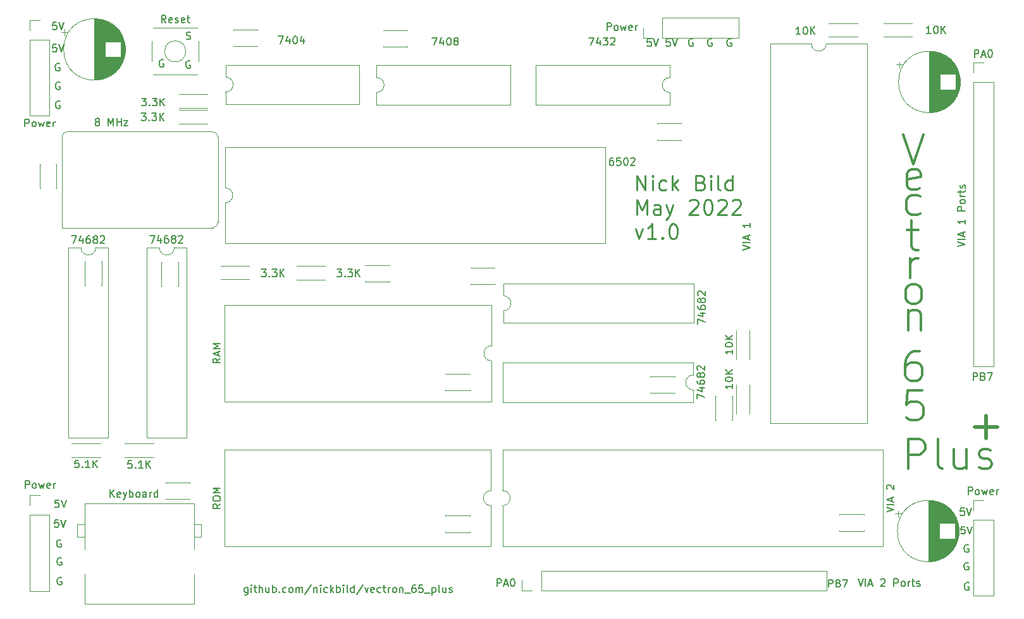
<source format=gto>
%TF.GenerationSoftware,KiCad,Pcbnew,5.1.12-84ad8e8a86~92~ubuntu18.04.1*%
%TF.CreationDate,2022-05-14T09:18:38-04:00*%
%TF.ProjectId,kicad_vectron_65_plus,6b696361-645f-4766-9563-74726f6e5f36,rev?*%
%TF.SameCoordinates,Original*%
%TF.FileFunction,Legend,Top*%
%TF.FilePolarity,Positive*%
%FSLAX46Y46*%
G04 Gerber Fmt 4.6, Leading zero omitted, Abs format (unit mm)*
G04 Created by KiCad (PCBNEW 5.1.12-84ad8e8a86~92~ubuntu18.04.1) date 2022-05-14 09:18:38*
%MOMM*%
%LPD*%
G01*
G04 APERTURE LIST*
%ADD10C,0.150000*%
%ADD11C,0.250000*%
%ADD12C,0.500000*%
%ADD13C,0.350000*%
%ADD14C,0.120000*%
%ADD15C,1.600000*%
%ADD16R,1.600000X1.600000*%
%ADD17O,1.600000X1.600000*%
%ADD18C,1.700000*%
%ADD19O,1.400000X1.400000*%
%ADD20C,1.400000*%
%ADD21O,1.700000X1.700000*%
%ADD22R,1.700000X1.700000*%
%ADD23C,2.870200*%
%ADD24C,1.473200*%
G04 APERTURE END LIST*
D10*
X164803104Y-108415200D02*
X164707866Y-108367580D01*
X164565009Y-108367580D01*
X164422152Y-108415200D01*
X164326914Y-108510438D01*
X164279295Y-108605676D01*
X164231676Y-108796152D01*
X164231676Y-108939009D01*
X164279295Y-109129485D01*
X164326914Y-109224723D01*
X164422152Y-109319961D01*
X164565009Y-109367580D01*
X164660247Y-109367580D01*
X164803104Y-109319961D01*
X164850723Y-109272342D01*
X164850723Y-108939009D01*
X164660247Y-108939009D01*
X164752304Y-105722800D02*
X164657066Y-105675180D01*
X164514209Y-105675180D01*
X164371352Y-105722800D01*
X164276114Y-105818038D01*
X164228495Y-105913276D01*
X164180876Y-106103752D01*
X164180876Y-106246609D01*
X164228495Y-106437085D01*
X164276114Y-106532323D01*
X164371352Y-106627561D01*
X164514209Y-106675180D01*
X164609447Y-106675180D01*
X164752304Y-106627561D01*
X164799923Y-106579942D01*
X164799923Y-106246609D01*
X164609447Y-106246609D01*
X164752304Y-103335200D02*
X164657066Y-103287580D01*
X164514209Y-103287580D01*
X164371352Y-103335200D01*
X164276114Y-103430438D01*
X164228495Y-103525676D01*
X164180876Y-103716152D01*
X164180876Y-103859009D01*
X164228495Y-104049485D01*
X164276114Y-104144723D01*
X164371352Y-104239961D01*
X164514209Y-104287580D01*
X164609447Y-104287580D01*
X164752304Y-104239961D01*
X164799923Y-104192342D01*
X164799923Y-103859009D01*
X164609447Y-103859009D01*
X164249123Y-100849180D02*
X163772933Y-100849180D01*
X163725314Y-101325371D01*
X163772933Y-101277752D01*
X163868171Y-101230133D01*
X164106266Y-101230133D01*
X164201504Y-101277752D01*
X164249123Y-101325371D01*
X164296742Y-101420609D01*
X164296742Y-101658704D01*
X164249123Y-101753942D01*
X164201504Y-101801561D01*
X164106266Y-101849180D01*
X163868171Y-101849180D01*
X163772933Y-101801561D01*
X163725314Y-101753942D01*
X164582457Y-100849180D02*
X164915790Y-101849180D01*
X165249123Y-100849180D01*
X164198323Y-98359980D02*
X163722133Y-98359980D01*
X163674514Y-98836171D01*
X163722133Y-98788552D01*
X163817371Y-98740933D01*
X164055466Y-98740933D01*
X164150704Y-98788552D01*
X164198323Y-98836171D01*
X164245942Y-98931409D01*
X164245942Y-99169504D01*
X164198323Y-99264742D01*
X164150704Y-99312361D01*
X164055466Y-99359980D01*
X163817371Y-99359980D01*
X163722133Y-99312361D01*
X163674514Y-99264742D01*
X164531657Y-98359980D02*
X164864990Y-99359980D01*
X165198323Y-98359980D01*
X164749409Y-96565980D02*
X164749409Y-95565980D01*
X165130361Y-95565980D01*
X165225600Y-95613600D01*
X165273219Y-95661219D01*
X165320838Y-95756457D01*
X165320838Y-95899314D01*
X165273219Y-95994552D01*
X165225600Y-96042171D01*
X165130361Y-96089790D01*
X164749409Y-96089790D01*
X165892266Y-96565980D02*
X165797028Y-96518361D01*
X165749409Y-96470742D01*
X165701790Y-96375504D01*
X165701790Y-96089790D01*
X165749409Y-95994552D01*
X165797028Y-95946933D01*
X165892266Y-95899314D01*
X166035123Y-95899314D01*
X166130361Y-95946933D01*
X166177980Y-95994552D01*
X166225600Y-96089790D01*
X166225600Y-96375504D01*
X166177980Y-96470742D01*
X166130361Y-96518361D01*
X166035123Y-96565980D01*
X165892266Y-96565980D01*
X166558933Y-95899314D02*
X166749409Y-96565980D01*
X166939885Y-96089790D01*
X167130361Y-96565980D01*
X167320838Y-95899314D01*
X168082742Y-96518361D02*
X167987504Y-96565980D01*
X167797028Y-96565980D01*
X167701790Y-96518361D01*
X167654171Y-96423123D01*
X167654171Y-96042171D01*
X167701790Y-95946933D01*
X167797028Y-95899314D01*
X167987504Y-95899314D01*
X168082742Y-95946933D01*
X168130361Y-96042171D01*
X168130361Y-96137409D01*
X167654171Y-96232647D01*
X168558933Y-96565980D02*
X168558933Y-95899314D01*
X168558933Y-96089790D02*
X168606552Y-95994552D01*
X168654171Y-95946933D01*
X168749409Y-95899314D01*
X168844647Y-95899314D01*
X43340304Y-107704000D02*
X43245066Y-107656380D01*
X43102209Y-107656380D01*
X42959352Y-107704000D01*
X42864114Y-107799238D01*
X42816495Y-107894476D01*
X42768876Y-108084952D01*
X42768876Y-108227809D01*
X42816495Y-108418285D01*
X42864114Y-108513523D01*
X42959352Y-108608761D01*
X43102209Y-108656380D01*
X43197447Y-108656380D01*
X43340304Y-108608761D01*
X43387923Y-108561142D01*
X43387923Y-108227809D01*
X43197447Y-108227809D01*
X43340304Y-105062400D02*
X43245066Y-105014780D01*
X43102209Y-105014780D01*
X42959352Y-105062400D01*
X42864114Y-105157638D01*
X42816495Y-105252876D01*
X42768876Y-105443352D01*
X42768876Y-105586209D01*
X42816495Y-105776685D01*
X42864114Y-105871923D01*
X42959352Y-105967161D01*
X43102209Y-106014780D01*
X43197447Y-106014780D01*
X43340304Y-105967161D01*
X43387923Y-105919542D01*
X43387923Y-105586209D01*
X43197447Y-105586209D01*
X43289504Y-102674800D02*
X43194266Y-102627180D01*
X43051409Y-102627180D01*
X42908552Y-102674800D01*
X42813314Y-102770038D01*
X42765695Y-102865276D01*
X42718076Y-103055752D01*
X42718076Y-103198609D01*
X42765695Y-103389085D01*
X42813314Y-103484323D01*
X42908552Y-103579561D01*
X43051409Y-103627180D01*
X43146647Y-103627180D01*
X43289504Y-103579561D01*
X43337123Y-103531942D01*
X43337123Y-103198609D01*
X43146647Y-103198609D01*
X42938723Y-99934780D02*
X42462533Y-99934780D01*
X42414914Y-100410971D01*
X42462533Y-100363352D01*
X42557771Y-100315733D01*
X42795866Y-100315733D01*
X42891104Y-100363352D01*
X42938723Y-100410971D01*
X42986342Y-100506209D01*
X42986342Y-100744304D01*
X42938723Y-100839542D01*
X42891104Y-100887161D01*
X42795866Y-100934780D01*
X42557771Y-100934780D01*
X42462533Y-100887161D01*
X42414914Y-100839542D01*
X43272057Y-99934780D02*
X43605390Y-100934780D01*
X43938723Y-99934780D01*
X42989523Y-97293180D02*
X42513333Y-97293180D01*
X42465714Y-97769371D01*
X42513333Y-97721752D01*
X42608571Y-97674133D01*
X42846666Y-97674133D01*
X42941904Y-97721752D01*
X42989523Y-97769371D01*
X43037142Y-97864609D01*
X43037142Y-98102704D01*
X42989523Y-98197942D01*
X42941904Y-98245561D01*
X42846666Y-98293180D01*
X42608571Y-98293180D01*
X42513333Y-98245561D01*
X42465714Y-98197942D01*
X43322857Y-97293180D02*
X43656190Y-98293180D01*
X43989523Y-97293180D01*
X38511409Y-95702380D02*
X38511409Y-94702380D01*
X38892361Y-94702380D01*
X38987600Y-94750000D01*
X39035219Y-94797619D01*
X39082838Y-94892857D01*
X39082838Y-95035714D01*
X39035219Y-95130952D01*
X38987600Y-95178571D01*
X38892361Y-95226190D01*
X38511409Y-95226190D01*
X39654266Y-95702380D02*
X39559028Y-95654761D01*
X39511409Y-95607142D01*
X39463790Y-95511904D01*
X39463790Y-95226190D01*
X39511409Y-95130952D01*
X39559028Y-95083333D01*
X39654266Y-95035714D01*
X39797123Y-95035714D01*
X39892361Y-95083333D01*
X39939980Y-95130952D01*
X39987600Y-95226190D01*
X39987600Y-95511904D01*
X39939980Y-95607142D01*
X39892361Y-95654761D01*
X39797123Y-95702380D01*
X39654266Y-95702380D01*
X40320933Y-95035714D02*
X40511409Y-95702380D01*
X40701885Y-95226190D01*
X40892361Y-95702380D01*
X41082838Y-95035714D01*
X41844742Y-95654761D02*
X41749504Y-95702380D01*
X41559028Y-95702380D01*
X41463790Y-95654761D01*
X41416171Y-95559523D01*
X41416171Y-95178571D01*
X41463790Y-95083333D01*
X41559028Y-95035714D01*
X41749504Y-95035714D01*
X41844742Y-95083333D01*
X41892361Y-95178571D01*
X41892361Y-95273809D01*
X41416171Y-95369047D01*
X42320933Y-95702380D02*
X42320933Y-95035714D01*
X42320933Y-95226190D02*
X42368552Y-95130952D01*
X42416171Y-95083333D01*
X42511409Y-95035714D01*
X42606647Y-95035714D01*
X133192780Y-77144476D02*
X133192780Y-77715904D01*
X133192780Y-77430190D02*
X132192780Y-77430190D01*
X132335638Y-77525428D01*
X132430876Y-77620666D01*
X132478495Y-77715904D01*
X132192780Y-76525428D02*
X132192780Y-76430190D01*
X132240400Y-76334952D01*
X132288019Y-76287333D01*
X132383257Y-76239714D01*
X132573733Y-76192095D01*
X132811828Y-76192095D01*
X133002304Y-76239714D01*
X133097542Y-76287333D01*
X133145161Y-76334952D01*
X133192780Y-76430190D01*
X133192780Y-76525428D01*
X133145161Y-76620666D01*
X133097542Y-76668285D01*
X133002304Y-76715904D01*
X132811828Y-76763523D01*
X132573733Y-76763523D01*
X132383257Y-76715904D01*
X132288019Y-76668285D01*
X132240400Y-76620666D01*
X132192780Y-76525428D01*
X133192780Y-75763523D02*
X132192780Y-75763523D01*
X133192780Y-75192095D02*
X132621352Y-75620666D01*
X132192780Y-75192095D02*
X132764209Y-75763523D01*
X133192780Y-81767276D02*
X133192780Y-82338704D01*
X133192780Y-82052990D02*
X132192780Y-82052990D01*
X132335638Y-82148228D01*
X132430876Y-82243466D01*
X132478495Y-82338704D01*
X132192780Y-81148228D02*
X132192780Y-81052990D01*
X132240400Y-80957752D01*
X132288019Y-80910133D01*
X132383257Y-80862514D01*
X132573733Y-80814895D01*
X132811828Y-80814895D01*
X133002304Y-80862514D01*
X133097542Y-80910133D01*
X133145161Y-80957752D01*
X133192780Y-81052990D01*
X133192780Y-81148228D01*
X133145161Y-81243466D01*
X133097542Y-81291085D01*
X133002304Y-81338704D01*
X132811828Y-81386323D01*
X132573733Y-81386323D01*
X132383257Y-81338704D01*
X132288019Y-81291085D01*
X132240400Y-81243466D01*
X132192780Y-81148228D01*
X133192780Y-80386323D02*
X132192780Y-80386323D01*
X133192780Y-79814895D02*
X132621352Y-80243466D01*
X132192780Y-79814895D02*
X132764209Y-80386323D01*
X52770209Y-92009980D02*
X52294019Y-92009980D01*
X52246400Y-92486171D01*
X52294019Y-92438552D01*
X52389257Y-92390933D01*
X52627352Y-92390933D01*
X52722590Y-92438552D01*
X52770209Y-92486171D01*
X52817828Y-92581409D01*
X52817828Y-92819504D01*
X52770209Y-92914742D01*
X52722590Y-92962361D01*
X52627352Y-93009980D01*
X52389257Y-93009980D01*
X52294019Y-92962361D01*
X52246400Y-92914742D01*
X53246400Y-92914742D02*
X53294019Y-92962361D01*
X53246400Y-93009980D01*
X53198780Y-92962361D01*
X53246400Y-92914742D01*
X53246400Y-93009980D01*
X54246400Y-93009980D02*
X53674971Y-93009980D01*
X53960685Y-93009980D02*
X53960685Y-92009980D01*
X53865447Y-92152838D01*
X53770209Y-92248076D01*
X53674971Y-92295695D01*
X54674971Y-93009980D02*
X54674971Y-92009980D01*
X55246400Y-93009980D02*
X54817828Y-92438552D01*
X55246400Y-92009980D02*
X54674971Y-92581409D01*
X45658209Y-91959180D02*
X45182019Y-91959180D01*
X45134400Y-92435371D01*
X45182019Y-92387752D01*
X45277257Y-92340133D01*
X45515352Y-92340133D01*
X45610590Y-92387752D01*
X45658209Y-92435371D01*
X45705828Y-92530609D01*
X45705828Y-92768704D01*
X45658209Y-92863942D01*
X45610590Y-92911561D01*
X45515352Y-92959180D01*
X45277257Y-92959180D01*
X45182019Y-92911561D01*
X45134400Y-92863942D01*
X46134400Y-92863942D02*
X46182019Y-92911561D01*
X46134400Y-92959180D01*
X46086780Y-92911561D01*
X46134400Y-92863942D01*
X46134400Y-92959180D01*
X47134400Y-92959180D02*
X46562971Y-92959180D01*
X46848685Y-92959180D02*
X46848685Y-91959180D01*
X46753447Y-92102038D01*
X46658209Y-92197276D01*
X46562971Y-92244895D01*
X47562971Y-92959180D02*
X47562971Y-91959180D01*
X48134400Y-92959180D02*
X47705828Y-92387752D01*
X48134400Y-91959180D02*
X47562971Y-92530609D01*
X55165904Y-61834780D02*
X55832571Y-61834780D01*
X55404000Y-62834780D01*
X56642095Y-62168114D02*
X56642095Y-62834780D01*
X56404000Y-61787161D02*
X56165904Y-62501447D01*
X56784952Y-62501447D01*
X57594476Y-61834780D02*
X57404000Y-61834780D01*
X57308761Y-61882400D01*
X57261142Y-61930019D01*
X57165904Y-62072876D01*
X57118285Y-62263352D01*
X57118285Y-62644304D01*
X57165904Y-62739542D01*
X57213523Y-62787161D01*
X57308761Y-62834780D01*
X57499238Y-62834780D01*
X57594476Y-62787161D01*
X57642095Y-62739542D01*
X57689714Y-62644304D01*
X57689714Y-62406209D01*
X57642095Y-62310971D01*
X57594476Y-62263352D01*
X57499238Y-62215733D01*
X57308761Y-62215733D01*
X57213523Y-62263352D01*
X57165904Y-62310971D01*
X57118285Y-62406209D01*
X58261142Y-62263352D02*
X58165904Y-62215733D01*
X58118285Y-62168114D01*
X58070666Y-62072876D01*
X58070666Y-62025257D01*
X58118285Y-61930019D01*
X58165904Y-61882400D01*
X58261142Y-61834780D01*
X58451619Y-61834780D01*
X58546857Y-61882400D01*
X58594476Y-61930019D01*
X58642095Y-62025257D01*
X58642095Y-62072876D01*
X58594476Y-62168114D01*
X58546857Y-62215733D01*
X58451619Y-62263352D01*
X58261142Y-62263352D01*
X58165904Y-62310971D01*
X58118285Y-62358590D01*
X58070666Y-62453828D01*
X58070666Y-62644304D01*
X58118285Y-62739542D01*
X58165904Y-62787161D01*
X58261142Y-62834780D01*
X58451619Y-62834780D01*
X58546857Y-62787161D01*
X58594476Y-62739542D01*
X58642095Y-62644304D01*
X58642095Y-62453828D01*
X58594476Y-62358590D01*
X58546857Y-62310971D01*
X58451619Y-62263352D01*
X59023047Y-61930019D02*
X59070666Y-61882400D01*
X59165904Y-61834780D01*
X59404000Y-61834780D01*
X59499238Y-61882400D01*
X59546857Y-61930019D01*
X59594476Y-62025257D01*
X59594476Y-62120495D01*
X59546857Y-62263352D01*
X58975428Y-62834780D01*
X59594476Y-62834780D01*
X44701104Y-61885580D02*
X45367771Y-61885580D01*
X44939200Y-62885580D01*
X46177295Y-62218914D02*
X46177295Y-62885580D01*
X45939200Y-61837961D02*
X45701104Y-62552247D01*
X46320152Y-62552247D01*
X47129676Y-61885580D02*
X46939200Y-61885580D01*
X46843961Y-61933200D01*
X46796342Y-61980819D01*
X46701104Y-62123676D01*
X46653485Y-62314152D01*
X46653485Y-62695104D01*
X46701104Y-62790342D01*
X46748723Y-62837961D01*
X46843961Y-62885580D01*
X47034438Y-62885580D01*
X47129676Y-62837961D01*
X47177295Y-62790342D01*
X47224914Y-62695104D01*
X47224914Y-62457009D01*
X47177295Y-62361771D01*
X47129676Y-62314152D01*
X47034438Y-62266533D01*
X46843961Y-62266533D01*
X46748723Y-62314152D01*
X46701104Y-62361771D01*
X46653485Y-62457009D01*
X47796342Y-62314152D02*
X47701104Y-62266533D01*
X47653485Y-62218914D01*
X47605866Y-62123676D01*
X47605866Y-62076057D01*
X47653485Y-61980819D01*
X47701104Y-61933200D01*
X47796342Y-61885580D01*
X47986819Y-61885580D01*
X48082057Y-61933200D01*
X48129676Y-61980819D01*
X48177295Y-62076057D01*
X48177295Y-62123676D01*
X48129676Y-62218914D01*
X48082057Y-62266533D01*
X47986819Y-62314152D01*
X47796342Y-62314152D01*
X47701104Y-62361771D01*
X47653485Y-62409390D01*
X47605866Y-62504628D01*
X47605866Y-62695104D01*
X47653485Y-62790342D01*
X47701104Y-62837961D01*
X47796342Y-62885580D01*
X47986819Y-62885580D01*
X48082057Y-62837961D01*
X48129676Y-62790342D01*
X48177295Y-62695104D01*
X48177295Y-62504628D01*
X48129676Y-62409390D01*
X48082057Y-62361771D01*
X47986819Y-62314152D01*
X48558247Y-61980819D02*
X48605866Y-61933200D01*
X48701104Y-61885580D01*
X48939200Y-61885580D01*
X49034438Y-61933200D01*
X49082057Y-61980819D01*
X49129676Y-62076057D01*
X49129676Y-62171295D01*
X49082057Y-62314152D01*
X48510628Y-62885580D01*
X49129676Y-62885580D01*
X101652533Y-108859580D02*
X101652533Y-107859580D01*
X102033485Y-107859580D01*
X102128723Y-107907200D01*
X102176342Y-107954819D01*
X102223961Y-108050057D01*
X102223961Y-108192914D01*
X102176342Y-108288152D01*
X102128723Y-108335771D01*
X102033485Y-108383390D01*
X101652533Y-108383390D01*
X102604914Y-108573866D02*
X103081104Y-108573866D01*
X102509676Y-108859580D02*
X102843009Y-107859580D01*
X103176342Y-108859580D01*
X103700152Y-107859580D02*
X103795390Y-107859580D01*
X103890628Y-107907200D01*
X103938247Y-107954819D01*
X103985866Y-108050057D01*
X104033485Y-108240533D01*
X104033485Y-108478628D01*
X103985866Y-108669104D01*
X103938247Y-108764342D01*
X103890628Y-108811961D01*
X103795390Y-108859580D01*
X103700152Y-108859580D01*
X103604914Y-108811961D01*
X103557295Y-108764342D01*
X103509676Y-108669104D01*
X103462057Y-108478628D01*
X103462057Y-108240533D01*
X103509676Y-108050057D01*
X103557295Y-107954819D01*
X103604914Y-107907200D01*
X103700152Y-107859580D01*
X146031104Y-108961180D02*
X146031104Y-107961180D01*
X146412057Y-107961180D01*
X146507295Y-108008800D01*
X146554914Y-108056419D01*
X146602533Y-108151657D01*
X146602533Y-108294514D01*
X146554914Y-108389752D01*
X146507295Y-108437371D01*
X146412057Y-108484990D01*
X146031104Y-108484990D01*
X147364438Y-108437371D02*
X147507295Y-108484990D01*
X147554914Y-108532609D01*
X147602533Y-108627847D01*
X147602533Y-108770704D01*
X147554914Y-108865942D01*
X147507295Y-108913561D01*
X147412057Y-108961180D01*
X147031104Y-108961180D01*
X147031104Y-107961180D01*
X147364438Y-107961180D01*
X147459676Y-108008800D01*
X147507295Y-108056419D01*
X147554914Y-108151657D01*
X147554914Y-108246895D01*
X147507295Y-108342133D01*
X147459676Y-108389752D01*
X147364438Y-108437371D01*
X147031104Y-108437371D01*
X147935866Y-107961180D02*
X148602533Y-107961180D01*
X148173961Y-108961180D01*
X149987523Y-107859580D02*
X150320857Y-108859580D01*
X150654190Y-107859580D01*
X150987523Y-108859580D02*
X150987523Y-107859580D01*
X151416095Y-108573866D02*
X151892285Y-108573866D01*
X151320857Y-108859580D02*
X151654190Y-107859580D01*
X151987523Y-108859580D01*
X153035142Y-107954819D02*
X153082761Y-107907200D01*
X153178000Y-107859580D01*
X153416095Y-107859580D01*
X153511333Y-107907200D01*
X153558952Y-107954819D01*
X153606571Y-108050057D01*
X153606571Y-108145295D01*
X153558952Y-108288152D01*
X152987523Y-108859580D01*
X153606571Y-108859580D01*
X154797047Y-108859580D02*
X154797047Y-107859580D01*
X155178000Y-107859580D01*
X155273238Y-107907200D01*
X155320857Y-107954819D01*
X155368476Y-108050057D01*
X155368476Y-108192914D01*
X155320857Y-108288152D01*
X155273238Y-108335771D01*
X155178000Y-108383390D01*
X154797047Y-108383390D01*
X155939904Y-108859580D02*
X155844666Y-108811961D01*
X155797047Y-108764342D01*
X155749428Y-108669104D01*
X155749428Y-108383390D01*
X155797047Y-108288152D01*
X155844666Y-108240533D01*
X155939904Y-108192914D01*
X156082761Y-108192914D01*
X156178000Y-108240533D01*
X156225619Y-108288152D01*
X156273238Y-108383390D01*
X156273238Y-108669104D01*
X156225619Y-108764342D01*
X156178000Y-108811961D01*
X156082761Y-108859580D01*
X155939904Y-108859580D01*
X156701809Y-108859580D02*
X156701809Y-108192914D01*
X156701809Y-108383390D02*
X156749428Y-108288152D01*
X156797047Y-108240533D01*
X156892285Y-108192914D01*
X156987523Y-108192914D01*
X157178000Y-108192914D02*
X157558952Y-108192914D01*
X157320857Y-107859580D02*
X157320857Y-108716723D01*
X157368476Y-108811961D01*
X157463714Y-108859580D01*
X157558952Y-108859580D01*
X157844666Y-108811961D02*
X157939904Y-108859580D01*
X158130380Y-108859580D01*
X158225619Y-108811961D01*
X158273238Y-108716723D01*
X158273238Y-108669104D01*
X158225619Y-108573866D01*
X158130380Y-108526247D01*
X157987523Y-108526247D01*
X157892285Y-108478628D01*
X157844666Y-108383390D01*
X157844666Y-108335771D01*
X157892285Y-108240533D01*
X157987523Y-108192914D01*
X158130380Y-108192914D01*
X158225619Y-108240533D01*
X153782780Y-98885142D02*
X154782780Y-98551809D01*
X153782780Y-98218476D01*
X154782780Y-97885142D02*
X153782780Y-97885142D01*
X154497066Y-97456571D02*
X154497066Y-96980380D01*
X154782780Y-97551809D02*
X153782780Y-97218476D01*
X154782780Y-96885142D01*
X153878019Y-95837523D02*
X153830400Y-95789904D01*
X153782780Y-95694666D01*
X153782780Y-95456571D01*
X153830400Y-95361333D01*
X153878019Y-95313714D01*
X153973257Y-95266095D01*
X154068495Y-95266095D01*
X154211352Y-95313714D01*
X154782780Y-95885142D01*
X154782780Y-95266095D01*
X128433580Y-83721295D02*
X128433580Y-83054628D01*
X129433580Y-83483200D01*
X128766914Y-82245104D02*
X129433580Y-82245104D01*
X128385961Y-82483200D02*
X129100247Y-82721295D01*
X129100247Y-82102247D01*
X128433580Y-81292723D02*
X128433580Y-81483200D01*
X128481200Y-81578438D01*
X128528819Y-81626057D01*
X128671676Y-81721295D01*
X128862152Y-81768914D01*
X129243104Y-81768914D01*
X129338342Y-81721295D01*
X129385961Y-81673676D01*
X129433580Y-81578438D01*
X129433580Y-81387961D01*
X129385961Y-81292723D01*
X129338342Y-81245104D01*
X129243104Y-81197485D01*
X129005009Y-81197485D01*
X128909771Y-81245104D01*
X128862152Y-81292723D01*
X128814533Y-81387961D01*
X128814533Y-81578438D01*
X128862152Y-81673676D01*
X128909771Y-81721295D01*
X129005009Y-81768914D01*
X128862152Y-80626057D02*
X128814533Y-80721295D01*
X128766914Y-80768914D01*
X128671676Y-80816533D01*
X128624057Y-80816533D01*
X128528819Y-80768914D01*
X128481200Y-80721295D01*
X128433580Y-80626057D01*
X128433580Y-80435580D01*
X128481200Y-80340342D01*
X128528819Y-80292723D01*
X128624057Y-80245104D01*
X128671676Y-80245104D01*
X128766914Y-80292723D01*
X128814533Y-80340342D01*
X128862152Y-80435580D01*
X128862152Y-80626057D01*
X128909771Y-80721295D01*
X128957390Y-80768914D01*
X129052628Y-80816533D01*
X129243104Y-80816533D01*
X129338342Y-80768914D01*
X129385961Y-80721295D01*
X129433580Y-80626057D01*
X129433580Y-80435580D01*
X129385961Y-80340342D01*
X129338342Y-80292723D01*
X129243104Y-80245104D01*
X129052628Y-80245104D01*
X128957390Y-80292723D01*
X128909771Y-80340342D01*
X128862152Y-80435580D01*
X128528819Y-79864152D02*
X128481200Y-79816533D01*
X128433580Y-79721295D01*
X128433580Y-79483200D01*
X128481200Y-79387961D01*
X128528819Y-79340342D01*
X128624057Y-79292723D01*
X128719295Y-79292723D01*
X128862152Y-79340342D01*
X129433580Y-79911771D01*
X129433580Y-79292723D01*
X128535180Y-73713695D02*
X128535180Y-73047028D01*
X129535180Y-73475600D01*
X128868514Y-72237504D02*
X129535180Y-72237504D01*
X128487561Y-72475600D02*
X129201847Y-72713695D01*
X129201847Y-72094647D01*
X128535180Y-71285123D02*
X128535180Y-71475600D01*
X128582800Y-71570838D01*
X128630419Y-71618457D01*
X128773276Y-71713695D01*
X128963752Y-71761314D01*
X129344704Y-71761314D01*
X129439942Y-71713695D01*
X129487561Y-71666076D01*
X129535180Y-71570838D01*
X129535180Y-71380361D01*
X129487561Y-71285123D01*
X129439942Y-71237504D01*
X129344704Y-71189885D01*
X129106609Y-71189885D01*
X129011371Y-71237504D01*
X128963752Y-71285123D01*
X128916133Y-71380361D01*
X128916133Y-71570838D01*
X128963752Y-71666076D01*
X129011371Y-71713695D01*
X129106609Y-71761314D01*
X128963752Y-70618457D02*
X128916133Y-70713695D01*
X128868514Y-70761314D01*
X128773276Y-70808933D01*
X128725657Y-70808933D01*
X128630419Y-70761314D01*
X128582800Y-70713695D01*
X128535180Y-70618457D01*
X128535180Y-70427980D01*
X128582800Y-70332742D01*
X128630419Y-70285123D01*
X128725657Y-70237504D01*
X128773276Y-70237504D01*
X128868514Y-70285123D01*
X128916133Y-70332742D01*
X128963752Y-70427980D01*
X128963752Y-70618457D01*
X129011371Y-70713695D01*
X129058990Y-70761314D01*
X129154228Y-70808933D01*
X129344704Y-70808933D01*
X129439942Y-70761314D01*
X129487561Y-70713695D01*
X129535180Y-70618457D01*
X129535180Y-70427980D01*
X129487561Y-70332742D01*
X129439942Y-70285123D01*
X129344704Y-70237504D01*
X129154228Y-70237504D01*
X129058990Y-70285123D01*
X129011371Y-70332742D01*
X128963752Y-70427980D01*
X128630419Y-69856552D02*
X128582800Y-69808933D01*
X128535180Y-69713695D01*
X128535180Y-69475600D01*
X128582800Y-69380361D01*
X128630419Y-69332742D01*
X128725657Y-69285123D01*
X128820895Y-69285123D01*
X128963752Y-69332742D01*
X129535180Y-69904171D01*
X129535180Y-69285123D01*
X49844723Y-96921580D02*
X49844723Y-95921580D01*
X50416152Y-96921580D02*
X49987580Y-96350152D01*
X50416152Y-95921580D02*
X49844723Y-96493009D01*
X51225676Y-96873961D02*
X51130438Y-96921580D01*
X50939961Y-96921580D01*
X50844723Y-96873961D01*
X50797104Y-96778723D01*
X50797104Y-96397771D01*
X50844723Y-96302533D01*
X50939961Y-96254914D01*
X51130438Y-96254914D01*
X51225676Y-96302533D01*
X51273295Y-96397771D01*
X51273295Y-96493009D01*
X50797104Y-96588247D01*
X51606628Y-96254914D02*
X51844723Y-96921580D01*
X52082819Y-96254914D02*
X51844723Y-96921580D01*
X51749485Y-97159676D01*
X51701866Y-97207295D01*
X51606628Y-97254914D01*
X52463771Y-96921580D02*
X52463771Y-95921580D01*
X52463771Y-96302533D02*
X52559009Y-96254914D01*
X52749485Y-96254914D01*
X52844723Y-96302533D01*
X52892342Y-96350152D01*
X52939961Y-96445390D01*
X52939961Y-96731104D01*
X52892342Y-96826342D01*
X52844723Y-96873961D01*
X52749485Y-96921580D01*
X52559009Y-96921580D01*
X52463771Y-96873961D01*
X53511390Y-96921580D02*
X53416152Y-96873961D01*
X53368533Y-96826342D01*
X53320914Y-96731104D01*
X53320914Y-96445390D01*
X53368533Y-96350152D01*
X53416152Y-96302533D01*
X53511390Y-96254914D01*
X53654247Y-96254914D01*
X53749485Y-96302533D01*
X53797104Y-96350152D01*
X53844723Y-96445390D01*
X53844723Y-96731104D01*
X53797104Y-96826342D01*
X53749485Y-96873961D01*
X53654247Y-96921580D01*
X53511390Y-96921580D01*
X54701866Y-96921580D02*
X54701866Y-96397771D01*
X54654247Y-96302533D01*
X54559009Y-96254914D01*
X54368533Y-96254914D01*
X54273295Y-96302533D01*
X54701866Y-96873961D02*
X54606628Y-96921580D01*
X54368533Y-96921580D01*
X54273295Y-96873961D01*
X54225676Y-96778723D01*
X54225676Y-96683485D01*
X54273295Y-96588247D01*
X54368533Y-96540628D01*
X54606628Y-96540628D01*
X54701866Y-96493009D01*
X55178057Y-96921580D02*
X55178057Y-96254914D01*
X55178057Y-96445390D02*
X55225676Y-96350152D01*
X55273295Y-96302533D01*
X55368533Y-96254914D01*
X55463771Y-96254914D01*
X56225676Y-96921580D02*
X56225676Y-95921580D01*
X56225676Y-96873961D02*
X56130438Y-96921580D01*
X55939961Y-96921580D01*
X55844723Y-96873961D01*
X55797104Y-96826342D01*
X55749485Y-96731104D01*
X55749485Y-96445390D01*
X55797104Y-96350152D01*
X55844723Y-96302533D01*
X55939961Y-96254914D01*
X56130438Y-96254914D01*
X56225676Y-96302533D01*
X64612780Y-97813714D02*
X64136590Y-98147047D01*
X64612780Y-98385142D02*
X63612780Y-98385142D01*
X63612780Y-98004190D01*
X63660400Y-97908952D01*
X63708019Y-97861333D01*
X63803257Y-97813714D01*
X63946114Y-97813714D01*
X64041352Y-97861333D01*
X64088971Y-97908952D01*
X64136590Y-98004190D01*
X64136590Y-98385142D01*
X63612780Y-97194666D02*
X63612780Y-97004190D01*
X63660400Y-96908952D01*
X63755638Y-96813714D01*
X63946114Y-96766095D01*
X64279447Y-96766095D01*
X64469923Y-96813714D01*
X64565161Y-96908952D01*
X64612780Y-97004190D01*
X64612780Y-97194666D01*
X64565161Y-97289904D01*
X64469923Y-97385142D01*
X64279447Y-97432761D01*
X63946114Y-97432761D01*
X63755638Y-97385142D01*
X63660400Y-97289904D01*
X63612780Y-97194666D01*
X64612780Y-96337523D02*
X63612780Y-96337523D01*
X64327066Y-96004190D01*
X63612780Y-95670857D01*
X64612780Y-95670857D01*
X64612780Y-78312876D02*
X64136590Y-78646209D01*
X64612780Y-78884304D02*
X63612780Y-78884304D01*
X63612780Y-78503352D01*
X63660400Y-78408114D01*
X63708019Y-78360495D01*
X63803257Y-78312876D01*
X63946114Y-78312876D01*
X64041352Y-78360495D01*
X64088971Y-78408114D01*
X64136590Y-78503352D01*
X64136590Y-78884304D01*
X64327066Y-77931923D02*
X64327066Y-77455733D01*
X64612780Y-78027161D02*
X63612780Y-77693828D01*
X64612780Y-77360495D01*
X64612780Y-77027161D02*
X63612780Y-77027161D01*
X64327066Y-76693828D01*
X63612780Y-76360495D01*
X64612780Y-76360495D01*
X80240380Y-66355980D02*
X80859428Y-66355980D01*
X80526095Y-66736933D01*
X80668952Y-66736933D01*
X80764190Y-66784552D01*
X80811809Y-66832171D01*
X80859428Y-66927409D01*
X80859428Y-67165504D01*
X80811809Y-67260742D01*
X80764190Y-67308361D01*
X80668952Y-67355980D01*
X80383238Y-67355980D01*
X80288000Y-67308361D01*
X80240380Y-67260742D01*
X81288000Y-67260742D02*
X81335619Y-67308361D01*
X81288000Y-67355980D01*
X81240380Y-67308361D01*
X81288000Y-67260742D01*
X81288000Y-67355980D01*
X81668952Y-66355980D02*
X82288000Y-66355980D01*
X81954666Y-66736933D01*
X82097523Y-66736933D01*
X82192761Y-66784552D01*
X82240380Y-66832171D01*
X82288000Y-66927409D01*
X82288000Y-67165504D01*
X82240380Y-67260742D01*
X82192761Y-67308361D01*
X82097523Y-67355980D01*
X81811809Y-67355980D01*
X81716571Y-67308361D01*
X81668952Y-67260742D01*
X82716571Y-67355980D02*
X82716571Y-66355980D01*
X83288000Y-67355980D02*
X82859428Y-66784552D01*
X83288000Y-66355980D02*
X82716571Y-66927409D01*
X70131180Y-66355980D02*
X70750228Y-66355980D01*
X70416895Y-66736933D01*
X70559752Y-66736933D01*
X70654990Y-66784552D01*
X70702609Y-66832171D01*
X70750228Y-66927409D01*
X70750228Y-67165504D01*
X70702609Y-67260742D01*
X70654990Y-67308361D01*
X70559752Y-67355980D01*
X70274038Y-67355980D01*
X70178800Y-67308361D01*
X70131180Y-67260742D01*
X71178800Y-67260742D02*
X71226419Y-67308361D01*
X71178800Y-67355980D01*
X71131180Y-67308361D01*
X71178800Y-67260742D01*
X71178800Y-67355980D01*
X71559752Y-66355980D02*
X72178800Y-66355980D01*
X71845466Y-66736933D01*
X71988323Y-66736933D01*
X72083561Y-66784552D01*
X72131180Y-66832171D01*
X72178800Y-66927409D01*
X72178800Y-67165504D01*
X72131180Y-67260742D01*
X72083561Y-67308361D01*
X71988323Y-67355980D01*
X71702609Y-67355980D01*
X71607371Y-67308361D01*
X71559752Y-67260742D01*
X72607371Y-67355980D02*
X72607371Y-66355980D01*
X73178800Y-67355980D02*
X72750228Y-66784552D01*
X73178800Y-66355980D02*
X72607371Y-66927409D01*
X117176704Y-51420780D02*
X116986228Y-51420780D01*
X116890990Y-51468400D01*
X116843371Y-51516019D01*
X116748133Y-51658876D01*
X116700514Y-51849352D01*
X116700514Y-52230304D01*
X116748133Y-52325542D01*
X116795752Y-52373161D01*
X116890990Y-52420780D01*
X117081466Y-52420780D01*
X117176704Y-52373161D01*
X117224323Y-52325542D01*
X117271942Y-52230304D01*
X117271942Y-51992209D01*
X117224323Y-51896971D01*
X117176704Y-51849352D01*
X117081466Y-51801733D01*
X116890990Y-51801733D01*
X116795752Y-51849352D01*
X116748133Y-51896971D01*
X116700514Y-51992209D01*
X118176704Y-51420780D02*
X117700514Y-51420780D01*
X117652895Y-51896971D01*
X117700514Y-51849352D01*
X117795752Y-51801733D01*
X118033847Y-51801733D01*
X118129085Y-51849352D01*
X118176704Y-51896971D01*
X118224323Y-51992209D01*
X118224323Y-52230304D01*
X118176704Y-52325542D01*
X118129085Y-52373161D01*
X118033847Y-52420780D01*
X117795752Y-52420780D01*
X117700514Y-52373161D01*
X117652895Y-52325542D01*
X118843371Y-51420780D02*
X118938609Y-51420780D01*
X119033847Y-51468400D01*
X119081466Y-51516019D01*
X119129085Y-51611257D01*
X119176704Y-51801733D01*
X119176704Y-52039828D01*
X119129085Y-52230304D01*
X119081466Y-52325542D01*
X119033847Y-52373161D01*
X118938609Y-52420780D01*
X118843371Y-52420780D01*
X118748133Y-52373161D01*
X118700514Y-52325542D01*
X118652895Y-52230304D01*
X118605276Y-52039828D01*
X118605276Y-51801733D01*
X118652895Y-51611257D01*
X118700514Y-51516019D01*
X118748133Y-51468400D01*
X118843371Y-51420780D01*
X119557657Y-51516019D02*
X119605276Y-51468400D01*
X119700514Y-51420780D01*
X119938609Y-51420780D01*
X120033847Y-51468400D01*
X120081466Y-51516019D01*
X120129085Y-51611257D01*
X120129085Y-51706495D01*
X120081466Y-51849352D01*
X119510038Y-52420780D01*
X120129085Y-52420780D01*
X134529580Y-63782342D02*
X135529580Y-63449009D01*
X134529580Y-63115676D01*
X135529580Y-62782342D02*
X134529580Y-62782342D01*
X135243866Y-62353771D02*
X135243866Y-61877580D01*
X135529580Y-62449009D02*
X134529580Y-62115676D01*
X135529580Y-61782342D01*
X135529580Y-60163295D02*
X135529580Y-60734723D01*
X135529580Y-60449009D02*
X134529580Y-60449009D01*
X134672438Y-60544247D01*
X134767676Y-60639485D01*
X134815295Y-60734723D01*
X165385904Y-81224380D02*
X165385904Y-80224380D01*
X165766857Y-80224380D01*
X165862095Y-80272000D01*
X165909714Y-80319619D01*
X165957333Y-80414857D01*
X165957333Y-80557714D01*
X165909714Y-80652952D01*
X165862095Y-80700571D01*
X165766857Y-80748190D01*
X165385904Y-80748190D01*
X166719238Y-80700571D02*
X166862095Y-80748190D01*
X166909714Y-80795809D01*
X166957333Y-80891047D01*
X166957333Y-81033904D01*
X166909714Y-81129142D01*
X166862095Y-81176761D01*
X166766857Y-81224380D01*
X166385904Y-81224380D01*
X166385904Y-80224380D01*
X166719238Y-80224380D01*
X166814476Y-80272000D01*
X166862095Y-80319619D01*
X166909714Y-80414857D01*
X166909714Y-80510095D01*
X166862095Y-80605333D01*
X166814476Y-80652952D01*
X166719238Y-80700571D01*
X166385904Y-80700571D01*
X167290666Y-80224380D02*
X167957333Y-80224380D01*
X167528761Y-81224380D01*
X165558933Y-37942780D02*
X165558933Y-36942780D01*
X165939885Y-36942780D01*
X166035123Y-36990400D01*
X166082742Y-37038019D01*
X166130361Y-37133257D01*
X166130361Y-37276114D01*
X166082742Y-37371352D01*
X166035123Y-37418971D01*
X165939885Y-37466590D01*
X165558933Y-37466590D01*
X166511314Y-37657066D02*
X166987504Y-37657066D01*
X166416076Y-37942780D02*
X166749409Y-36942780D01*
X167082742Y-37942780D01*
X167606552Y-36942780D02*
X167701790Y-36942780D01*
X167797028Y-36990400D01*
X167844647Y-37038019D01*
X167892266Y-37133257D01*
X167939885Y-37323733D01*
X167939885Y-37561828D01*
X167892266Y-37752304D01*
X167844647Y-37847542D01*
X167797028Y-37895161D01*
X167701790Y-37942780D01*
X167606552Y-37942780D01*
X167511314Y-37895161D01*
X167463695Y-37847542D01*
X167416076Y-37752304D01*
X167368457Y-37561828D01*
X167368457Y-37323733D01*
X167416076Y-37133257D01*
X167463695Y-37038019D01*
X167511314Y-36990400D01*
X167606552Y-36942780D01*
X163333180Y-63321676D02*
X164333180Y-62988342D01*
X163333180Y-62655009D01*
X164333180Y-62321676D02*
X163333180Y-62321676D01*
X164047466Y-61893104D02*
X164047466Y-61416914D01*
X164333180Y-61988342D02*
X163333180Y-61655009D01*
X164333180Y-61321676D01*
X164333180Y-59702628D02*
X164333180Y-60274057D01*
X164333180Y-59988342D02*
X163333180Y-59988342D01*
X163476038Y-60083580D01*
X163571276Y-60178819D01*
X163618895Y-60274057D01*
X164333180Y-58512152D02*
X163333180Y-58512152D01*
X163333180Y-58131200D01*
X163380800Y-58035961D01*
X163428419Y-57988342D01*
X163523657Y-57940723D01*
X163666514Y-57940723D01*
X163761752Y-57988342D01*
X163809371Y-58035961D01*
X163856990Y-58131200D01*
X163856990Y-58512152D01*
X164333180Y-57369295D02*
X164285561Y-57464533D01*
X164237942Y-57512152D01*
X164142704Y-57559771D01*
X163856990Y-57559771D01*
X163761752Y-57512152D01*
X163714133Y-57464533D01*
X163666514Y-57369295D01*
X163666514Y-57226438D01*
X163714133Y-57131200D01*
X163761752Y-57083580D01*
X163856990Y-57035961D01*
X164142704Y-57035961D01*
X164237942Y-57083580D01*
X164285561Y-57131200D01*
X164333180Y-57226438D01*
X164333180Y-57369295D01*
X164333180Y-56607390D02*
X163666514Y-56607390D01*
X163856990Y-56607390D02*
X163761752Y-56559771D01*
X163714133Y-56512152D01*
X163666514Y-56416914D01*
X163666514Y-56321676D01*
X163666514Y-56131200D02*
X163666514Y-55750247D01*
X163333180Y-55988342D02*
X164190323Y-55988342D01*
X164285561Y-55940723D01*
X164333180Y-55845485D01*
X164333180Y-55750247D01*
X164285561Y-55464533D02*
X164333180Y-55369295D01*
X164333180Y-55178819D01*
X164285561Y-55083580D01*
X164190323Y-55035961D01*
X164142704Y-55035961D01*
X164047466Y-55083580D01*
X163999847Y-55178819D01*
X163999847Y-55321676D01*
X163952228Y-55416914D01*
X163856990Y-55464533D01*
X163809371Y-55464533D01*
X163714133Y-55416914D01*
X163666514Y-55321676D01*
X163666514Y-55178819D01*
X163714133Y-55083580D01*
X133002304Y-35517200D02*
X132907066Y-35469580D01*
X132764209Y-35469580D01*
X132621352Y-35517200D01*
X132526114Y-35612438D01*
X132478495Y-35707676D01*
X132430876Y-35898152D01*
X132430876Y-36041009D01*
X132478495Y-36231485D01*
X132526114Y-36326723D01*
X132621352Y-36421961D01*
X132764209Y-36469580D01*
X132859447Y-36469580D01*
X133002304Y-36421961D01*
X133049923Y-36374342D01*
X133049923Y-36041009D01*
X132859447Y-36041009D01*
X130411504Y-35517200D02*
X130316266Y-35469580D01*
X130173409Y-35469580D01*
X130030552Y-35517200D01*
X129935314Y-35612438D01*
X129887695Y-35707676D01*
X129840076Y-35898152D01*
X129840076Y-36041009D01*
X129887695Y-36231485D01*
X129935314Y-36326723D01*
X130030552Y-36421961D01*
X130173409Y-36469580D01*
X130268647Y-36469580D01*
X130411504Y-36421961D01*
X130459123Y-36374342D01*
X130459123Y-36041009D01*
X130268647Y-36041009D01*
X127871504Y-35517200D02*
X127776266Y-35469580D01*
X127633409Y-35469580D01*
X127490552Y-35517200D01*
X127395314Y-35612438D01*
X127347695Y-35707676D01*
X127300076Y-35898152D01*
X127300076Y-36041009D01*
X127347695Y-36231485D01*
X127395314Y-36326723D01*
X127490552Y-36421961D01*
X127633409Y-36469580D01*
X127728647Y-36469580D01*
X127871504Y-36421961D01*
X127919123Y-36374342D01*
X127919123Y-36041009D01*
X127728647Y-36041009D01*
X124828323Y-35469580D02*
X124352133Y-35469580D01*
X124304514Y-35945771D01*
X124352133Y-35898152D01*
X124447371Y-35850533D01*
X124685466Y-35850533D01*
X124780704Y-35898152D01*
X124828323Y-35945771D01*
X124875942Y-36041009D01*
X124875942Y-36279104D01*
X124828323Y-36374342D01*
X124780704Y-36421961D01*
X124685466Y-36469580D01*
X124447371Y-36469580D01*
X124352133Y-36421961D01*
X124304514Y-36374342D01*
X125161657Y-35469580D02*
X125494990Y-36469580D01*
X125828323Y-35469580D01*
X122288323Y-35469580D02*
X121812133Y-35469580D01*
X121764514Y-35945771D01*
X121812133Y-35898152D01*
X121907371Y-35850533D01*
X122145466Y-35850533D01*
X122240704Y-35898152D01*
X122288323Y-35945771D01*
X122335942Y-36041009D01*
X122335942Y-36279104D01*
X122288323Y-36374342D01*
X122240704Y-36421961D01*
X122145466Y-36469580D01*
X121907371Y-36469580D01*
X121812133Y-36421961D01*
X121764514Y-36374342D01*
X122621657Y-35469580D02*
X122954990Y-36469580D01*
X123288323Y-35469580D01*
X116387809Y-34335980D02*
X116387809Y-33335980D01*
X116768761Y-33335980D01*
X116864000Y-33383600D01*
X116911619Y-33431219D01*
X116959238Y-33526457D01*
X116959238Y-33669314D01*
X116911619Y-33764552D01*
X116864000Y-33812171D01*
X116768761Y-33859790D01*
X116387809Y-33859790D01*
X117530666Y-34335980D02*
X117435428Y-34288361D01*
X117387809Y-34240742D01*
X117340190Y-34145504D01*
X117340190Y-33859790D01*
X117387809Y-33764552D01*
X117435428Y-33716933D01*
X117530666Y-33669314D01*
X117673523Y-33669314D01*
X117768761Y-33716933D01*
X117816380Y-33764552D01*
X117864000Y-33859790D01*
X117864000Y-34145504D01*
X117816380Y-34240742D01*
X117768761Y-34288361D01*
X117673523Y-34335980D01*
X117530666Y-34335980D01*
X118197333Y-33669314D02*
X118387809Y-34335980D01*
X118578285Y-33859790D01*
X118768761Y-34335980D01*
X118959238Y-33669314D01*
X119721142Y-34288361D02*
X119625904Y-34335980D01*
X119435428Y-34335980D01*
X119340190Y-34288361D01*
X119292571Y-34193123D01*
X119292571Y-33812171D01*
X119340190Y-33716933D01*
X119435428Y-33669314D01*
X119625904Y-33669314D01*
X119721142Y-33716933D01*
X119768761Y-33812171D01*
X119768761Y-33907409D01*
X119292571Y-34002647D01*
X120197333Y-34335980D02*
X120197333Y-33669314D01*
X120197333Y-33859790D02*
X120244952Y-33764552D01*
X120292571Y-33716933D01*
X120387809Y-33669314D01*
X120483047Y-33669314D01*
X159735923Y-34742380D02*
X159164495Y-34742380D01*
X159450209Y-34742380D02*
X159450209Y-33742380D01*
X159354971Y-33885238D01*
X159259733Y-33980476D01*
X159164495Y-34028095D01*
X160354971Y-33742380D02*
X160450209Y-33742380D01*
X160545447Y-33790000D01*
X160593066Y-33837619D01*
X160640685Y-33932857D01*
X160688304Y-34123333D01*
X160688304Y-34361428D01*
X160640685Y-34551904D01*
X160593066Y-34647142D01*
X160545447Y-34694761D01*
X160450209Y-34742380D01*
X160354971Y-34742380D01*
X160259733Y-34694761D01*
X160212114Y-34647142D01*
X160164495Y-34551904D01*
X160116876Y-34361428D01*
X160116876Y-34123333D01*
X160164495Y-33932857D01*
X160212114Y-33837619D01*
X160259733Y-33790000D01*
X160354971Y-33742380D01*
X161116876Y-34742380D02*
X161116876Y-33742380D01*
X161688304Y-34742380D02*
X161259733Y-34170952D01*
X161688304Y-33742380D02*
X161116876Y-34313809D01*
X142260723Y-34843980D02*
X141689295Y-34843980D01*
X141975009Y-34843980D02*
X141975009Y-33843980D01*
X141879771Y-33986838D01*
X141784533Y-34082076D01*
X141689295Y-34129695D01*
X142879771Y-33843980D02*
X142975009Y-33843980D01*
X143070247Y-33891600D01*
X143117866Y-33939219D01*
X143165485Y-34034457D01*
X143213104Y-34224933D01*
X143213104Y-34463028D01*
X143165485Y-34653504D01*
X143117866Y-34748742D01*
X143070247Y-34796361D01*
X142975009Y-34843980D01*
X142879771Y-34843980D01*
X142784533Y-34796361D01*
X142736914Y-34748742D01*
X142689295Y-34653504D01*
X142641676Y-34463028D01*
X142641676Y-34224933D01*
X142689295Y-34034457D01*
X142736914Y-33939219D01*
X142784533Y-33891600D01*
X142879771Y-33843980D01*
X143641676Y-34843980D02*
X143641676Y-33843980D01*
X144213104Y-34843980D02*
X143784533Y-34272552D01*
X144213104Y-33843980D02*
X143641676Y-34415409D01*
X113960495Y-35317180D02*
X114627161Y-35317180D01*
X114198590Y-36317180D01*
X115436685Y-35650514D02*
X115436685Y-36317180D01*
X115198590Y-35269561D02*
X114960495Y-35983847D01*
X115579542Y-35983847D01*
X115865257Y-35317180D02*
X116484304Y-35317180D01*
X116150971Y-35698133D01*
X116293828Y-35698133D01*
X116389066Y-35745752D01*
X116436685Y-35793371D01*
X116484304Y-35888609D01*
X116484304Y-36126704D01*
X116436685Y-36221942D01*
X116389066Y-36269561D01*
X116293828Y-36317180D01*
X116008114Y-36317180D01*
X115912876Y-36269561D01*
X115865257Y-36221942D01*
X116865257Y-35412419D02*
X116912876Y-35364800D01*
X117008114Y-35317180D01*
X117246209Y-35317180D01*
X117341447Y-35364800D01*
X117389066Y-35412419D01*
X117436685Y-35507657D01*
X117436685Y-35602895D01*
X117389066Y-35745752D01*
X116817638Y-36317180D01*
X117436685Y-36317180D01*
X92980095Y-35317180D02*
X93646761Y-35317180D01*
X93218190Y-36317180D01*
X94456285Y-35650514D02*
X94456285Y-36317180D01*
X94218190Y-35269561D02*
X93980095Y-35983847D01*
X94599142Y-35983847D01*
X95170571Y-35317180D02*
X95265809Y-35317180D01*
X95361047Y-35364800D01*
X95408666Y-35412419D01*
X95456285Y-35507657D01*
X95503904Y-35698133D01*
X95503904Y-35936228D01*
X95456285Y-36126704D01*
X95408666Y-36221942D01*
X95361047Y-36269561D01*
X95265809Y-36317180D01*
X95170571Y-36317180D01*
X95075333Y-36269561D01*
X95027714Y-36221942D01*
X94980095Y-36126704D01*
X94932476Y-35936228D01*
X94932476Y-35698133D01*
X94980095Y-35507657D01*
X95027714Y-35412419D01*
X95075333Y-35364800D01*
X95170571Y-35317180D01*
X96075333Y-35745752D02*
X95980095Y-35698133D01*
X95932476Y-35650514D01*
X95884857Y-35555276D01*
X95884857Y-35507657D01*
X95932476Y-35412419D01*
X95980095Y-35364800D01*
X96075333Y-35317180D01*
X96265809Y-35317180D01*
X96361047Y-35364800D01*
X96408666Y-35412419D01*
X96456285Y-35507657D01*
X96456285Y-35555276D01*
X96408666Y-35650514D01*
X96361047Y-35698133D01*
X96265809Y-35745752D01*
X96075333Y-35745752D01*
X95980095Y-35793371D01*
X95932476Y-35840990D01*
X95884857Y-35936228D01*
X95884857Y-36126704D01*
X95932476Y-36221942D01*
X95980095Y-36269561D01*
X96075333Y-36317180D01*
X96265809Y-36317180D01*
X96361047Y-36269561D01*
X96408666Y-36221942D01*
X96456285Y-36126704D01*
X96456285Y-35936228D01*
X96408666Y-35840990D01*
X96361047Y-35793371D01*
X96265809Y-35745752D01*
X72406095Y-35113980D02*
X73072761Y-35113980D01*
X72644190Y-36113980D01*
X73882285Y-35447314D02*
X73882285Y-36113980D01*
X73644190Y-35066361D02*
X73406095Y-35780647D01*
X74025142Y-35780647D01*
X74596571Y-35113980D02*
X74691809Y-35113980D01*
X74787047Y-35161600D01*
X74834666Y-35209219D01*
X74882285Y-35304457D01*
X74929904Y-35494933D01*
X74929904Y-35733028D01*
X74882285Y-35923504D01*
X74834666Y-36018742D01*
X74787047Y-36066361D01*
X74691809Y-36113980D01*
X74596571Y-36113980D01*
X74501333Y-36066361D01*
X74453714Y-36018742D01*
X74406095Y-35923504D01*
X74358476Y-35733028D01*
X74358476Y-35494933D01*
X74406095Y-35304457D01*
X74453714Y-35209219D01*
X74501333Y-35161600D01*
X74596571Y-35113980D01*
X75787047Y-35447314D02*
X75787047Y-36113980D01*
X75548952Y-35066361D02*
X75310857Y-35780647D01*
X75929904Y-35780647D01*
X54027580Y-45426380D02*
X54646628Y-45426380D01*
X54313295Y-45807333D01*
X54456152Y-45807333D01*
X54551390Y-45854952D01*
X54599009Y-45902571D01*
X54646628Y-45997809D01*
X54646628Y-46235904D01*
X54599009Y-46331142D01*
X54551390Y-46378761D01*
X54456152Y-46426380D01*
X54170438Y-46426380D01*
X54075200Y-46378761D01*
X54027580Y-46331142D01*
X55075200Y-46331142D02*
X55122819Y-46378761D01*
X55075200Y-46426380D01*
X55027580Y-46378761D01*
X55075200Y-46331142D01*
X55075200Y-46426380D01*
X55456152Y-45426380D02*
X56075200Y-45426380D01*
X55741866Y-45807333D01*
X55884723Y-45807333D01*
X55979961Y-45854952D01*
X56027580Y-45902571D01*
X56075200Y-45997809D01*
X56075200Y-46235904D01*
X56027580Y-46331142D01*
X55979961Y-46378761D01*
X55884723Y-46426380D01*
X55599009Y-46426380D01*
X55503771Y-46378761D01*
X55456152Y-46331142D01*
X56503771Y-46426380D02*
X56503771Y-45426380D01*
X57075200Y-46426380D02*
X56646628Y-45854952D01*
X57075200Y-45426380D02*
X56503771Y-45997809D01*
X54078380Y-43445180D02*
X54697428Y-43445180D01*
X54364095Y-43826133D01*
X54506952Y-43826133D01*
X54602190Y-43873752D01*
X54649809Y-43921371D01*
X54697428Y-44016609D01*
X54697428Y-44254704D01*
X54649809Y-44349942D01*
X54602190Y-44397561D01*
X54506952Y-44445180D01*
X54221238Y-44445180D01*
X54126000Y-44397561D01*
X54078380Y-44349942D01*
X55126000Y-44349942D02*
X55173619Y-44397561D01*
X55126000Y-44445180D01*
X55078380Y-44397561D01*
X55126000Y-44349942D01*
X55126000Y-44445180D01*
X55506952Y-43445180D02*
X56126000Y-43445180D01*
X55792666Y-43826133D01*
X55935523Y-43826133D01*
X56030761Y-43873752D01*
X56078380Y-43921371D01*
X56126000Y-44016609D01*
X56126000Y-44254704D01*
X56078380Y-44349942D01*
X56030761Y-44397561D01*
X55935523Y-44445180D01*
X55649809Y-44445180D01*
X55554571Y-44397561D01*
X55506952Y-44349942D01*
X56554571Y-44445180D02*
X56554571Y-43445180D01*
X57126000Y-44445180D02*
X56697428Y-43873752D01*
X57126000Y-43445180D02*
X56554571Y-44016609D01*
X60064685Y-35507561D02*
X60207542Y-35555180D01*
X60445638Y-35555180D01*
X60540876Y-35507561D01*
X60588495Y-35459942D01*
X60636114Y-35364704D01*
X60636114Y-35269466D01*
X60588495Y-35174228D01*
X60540876Y-35126609D01*
X60445638Y-35078990D01*
X60255161Y-35031371D01*
X60159923Y-34983752D01*
X60112304Y-34936133D01*
X60064685Y-34840895D01*
X60064685Y-34745657D01*
X60112304Y-34650419D01*
X60159923Y-34602800D01*
X60255161Y-34555180D01*
X60493257Y-34555180D01*
X60636114Y-34602800D01*
X60561504Y-38463600D02*
X60466266Y-38415980D01*
X60323409Y-38415980D01*
X60180552Y-38463600D01*
X60085314Y-38558838D01*
X60037695Y-38654076D01*
X59990076Y-38844552D01*
X59990076Y-38987409D01*
X60037695Y-39177885D01*
X60085314Y-39273123D01*
X60180552Y-39368361D01*
X60323409Y-39415980D01*
X60418647Y-39415980D01*
X60561504Y-39368361D01*
X60609123Y-39320742D01*
X60609123Y-38987409D01*
X60418647Y-38987409D01*
X57005504Y-38311200D02*
X56910266Y-38263580D01*
X56767409Y-38263580D01*
X56624552Y-38311200D01*
X56529314Y-38406438D01*
X56481695Y-38501676D01*
X56434076Y-38692152D01*
X56434076Y-38835009D01*
X56481695Y-39025485D01*
X56529314Y-39120723D01*
X56624552Y-39215961D01*
X56767409Y-39263580D01*
X56862647Y-39263580D01*
X57005504Y-39215961D01*
X57053123Y-39168342D01*
X57053123Y-38835009D01*
X56862647Y-38835009D01*
X43137104Y-43848400D02*
X43041866Y-43800780D01*
X42899009Y-43800780D01*
X42756152Y-43848400D01*
X42660914Y-43943638D01*
X42613295Y-44038876D01*
X42565676Y-44229352D01*
X42565676Y-44372209D01*
X42613295Y-44562685D01*
X42660914Y-44657923D01*
X42756152Y-44753161D01*
X42899009Y-44800780D01*
X42994247Y-44800780D01*
X43137104Y-44753161D01*
X43184723Y-44705542D01*
X43184723Y-44372209D01*
X42994247Y-44372209D01*
X43137104Y-41308400D02*
X43041866Y-41260780D01*
X42899009Y-41260780D01*
X42756152Y-41308400D01*
X42660914Y-41403638D01*
X42613295Y-41498876D01*
X42565676Y-41689352D01*
X42565676Y-41832209D01*
X42613295Y-42022685D01*
X42660914Y-42117923D01*
X42756152Y-42213161D01*
X42899009Y-42260780D01*
X42994247Y-42260780D01*
X43137104Y-42213161D01*
X43184723Y-42165542D01*
X43184723Y-41832209D01*
X42994247Y-41832209D01*
X43086304Y-38819200D02*
X42991066Y-38771580D01*
X42848209Y-38771580D01*
X42705352Y-38819200D01*
X42610114Y-38914438D01*
X42562495Y-39009676D01*
X42514876Y-39200152D01*
X42514876Y-39343009D01*
X42562495Y-39533485D01*
X42610114Y-39628723D01*
X42705352Y-39723961D01*
X42848209Y-39771580D01*
X42943447Y-39771580D01*
X43086304Y-39723961D01*
X43133923Y-39676342D01*
X43133923Y-39343009D01*
X42943447Y-39343009D01*
X42684723Y-36231580D02*
X42208533Y-36231580D01*
X42160914Y-36707771D01*
X42208533Y-36660152D01*
X42303771Y-36612533D01*
X42541866Y-36612533D01*
X42637104Y-36660152D01*
X42684723Y-36707771D01*
X42732342Y-36803009D01*
X42732342Y-37041104D01*
X42684723Y-37136342D01*
X42637104Y-37183961D01*
X42541866Y-37231580D01*
X42303771Y-37231580D01*
X42208533Y-37183961D01*
X42160914Y-37136342D01*
X43018057Y-36231580D02*
X43351390Y-37231580D01*
X43684723Y-36231580D01*
X42684723Y-33234380D02*
X42208533Y-33234380D01*
X42160914Y-33710571D01*
X42208533Y-33662952D01*
X42303771Y-33615333D01*
X42541866Y-33615333D01*
X42637104Y-33662952D01*
X42684723Y-33710571D01*
X42732342Y-33805809D01*
X42732342Y-34043904D01*
X42684723Y-34139142D01*
X42637104Y-34186761D01*
X42541866Y-34234380D01*
X42303771Y-34234380D01*
X42208533Y-34186761D01*
X42160914Y-34139142D01*
X43018057Y-33234380D02*
X43351390Y-34234380D01*
X43684723Y-33234380D01*
X68284819Y-109005714D02*
X68284819Y-109815238D01*
X68237199Y-109910476D01*
X68189580Y-109958095D01*
X68094342Y-110005714D01*
X67951485Y-110005714D01*
X67856247Y-109958095D01*
X68284819Y-109624761D02*
X68189580Y-109672380D01*
X67999104Y-109672380D01*
X67903866Y-109624761D01*
X67856247Y-109577142D01*
X67808628Y-109481904D01*
X67808628Y-109196190D01*
X67856247Y-109100952D01*
X67903866Y-109053333D01*
X67999104Y-109005714D01*
X68189580Y-109005714D01*
X68284819Y-109053333D01*
X68761009Y-109672380D02*
X68761009Y-109005714D01*
X68761009Y-108672380D02*
X68713390Y-108720000D01*
X68761009Y-108767619D01*
X68808628Y-108720000D01*
X68761009Y-108672380D01*
X68761009Y-108767619D01*
X69094342Y-109005714D02*
X69475295Y-109005714D01*
X69237199Y-108672380D02*
X69237199Y-109529523D01*
X69284819Y-109624761D01*
X69380057Y-109672380D01*
X69475295Y-109672380D01*
X69808628Y-109672380D02*
X69808628Y-108672380D01*
X70237199Y-109672380D02*
X70237199Y-109148571D01*
X70189580Y-109053333D01*
X70094342Y-109005714D01*
X69951485Y-109005714D01*
X69856247Y-109053333D01*
X69808628Y-109100952D01*
X71141961Y-109005714D02*
X71141961Y-109672380D01*
X70713390Y-109005714D02*
X70713390Y-109529523D01*
X70761009Y-109624761D01*
X70856247Y-109672380D01*
X70999104Y-109672380D01*
X71094342Y-109624761D01*
X71141961Y-109577142D01*
X71618152Y-109672380D02*
X71618152Y-108672380D01*
X71618152Y-109053333D02*
X71713390Y-109005714D01*
X71903866Y-109005714D01*
X71999104Y-109053333D01*
X72046723Y-109100952D01*
X72094342Y-109196190D01*
X72094342Y-109481904D01*
X72046723Y-109577142D01*
X71999104Y-109624761D01*
X71903866Y-109672380D01*
X71713390Y-109672380D01*
X71618152Y-109624761D01*
X72522914Y-109577142D02*
X72570533Y-109624761D01*
X72522914Y-109672380D01*
X72475295Y-109624761D01*
X72522914Y-109577142D01*
X72522914Y-109672380D01*
X73427676Y-109624761D02*
X73332438Y-109672380D01*
X73141961Y-109672380D01*
X73046723Y-109624761D01*
X72999104Y-109577142D01*
X72951485Y-109481904D01*
X72951485Y-109196190D01*
X72999104Y-109100952D01*
X73046723Y-109053333D01*
X73141961Y-109005714D01*
X73332438Y-109005714D01*
X73427676Y-109053333D01*
X73999104Y-109672380D02*
X73903866Y-109624761D01*
X73856247Y-109577142D01*
X73808628Y-109481904D01*
X73808628Y-109196190D01*
X73856247Y-109100952D01*
X73903866Y-109053333D01*
X73999104Y-109005714D01*
X74141961Y-109005714D01*
X74237199Y-109053333D01*
X74284819Y-109100952D01*
X74332438Y-109196190D01*
X74332438Y-109481904D01*
X74284819Y-109577142D01*
X74237199Y-109624761D01*
X74141961Y-109672380D01*
X73999104Y-109672380D01*
X74761009Y-109672380D02*
X74761009Y-109005714D01*
X74761009Y-109100952D02*
X74808628Y-109053333D01*
X74903866Y-109005714D01*
X75046723Y-109005714D01*
X75141961Y-109053333D01*
X75189580Y-109148571D01*
X75189580Y-109672380D01*
X75189580Y-109148571D02*
X75237199Y-109053333D01*
X75332438Y-109005714D01*
X75475295Y-109005714D01*
X75570533Y-109053333D01*
X75618152Y-109148571D01*
X75618152Y-109672380D01*
X76808628Y-108624761D02*
X75951485Y-109910476D01*
X77141961Y-109005714D02*
X77141961Y-109672380D01*
X77141961Y-109100952D02*
X77189580Y-109053333D01*
X77284819Y-109005714D01*
X77427676Y-109005714D01*
X77522914Y-109053333D01*
X77570533Y-109148571D01*
X77570533Y-109672380D01*
X78046723Y-109672380D02*
X78046723Y-109005714D01*
X78046723Y-108672380D02*
X77999104Y-108720000D01*
X78046723Y-108767619D01*
X78094342Y-108720000D01*
X78046723Y-108672380D01*
X78046723Y-108767619D01*
X78951485Y-109624761D02*
X78856247Y-109672380D01*
X78665771Y-109672380D01*
X78570533Y-109624761D01*
X78522914Y-109577142D01*
X78475295Y-109481904D01*
X78475295Y-109196190D01*
X78522914Y-109100952D01*
X78570533Y-109053333D01*
X78665771Y-109005714D01*
X78856247Y-109005714D01*
X78951485Y-109053333D01*
X79380057Y-109672380D02*
X79380057Y-108672380D01*
X79475295Y-109291428D02*
X79761009Y-109672380D01*
X79761009Y-109005714D02*
X79380057Y-109386666D01*
X80189580Y-109672380D02*
X80189580Y-108672380D01*
X80189580Y-109053333D02*
X80284819Y-109005714D01*
X80475295Y-109005714D01*
X80570533Y-109053333D01*
X80618152Y-109100952D01*
X80665771Y-109196190D01*
X80665771Y-109481904D01*
X80618152Y-109577142D01*
X80570533Y-109624761D01*
X80475295Y-109672380D01*
X80284819Y-109672380D01*
X80189580Y-109624761D01*
X81094342Y-109672380D02*
X81094342Y-109005714D01*
X81094342Y-108672380D02*
X81046723Y-108720000D01*
X81094342Y-108767619D01*
X81141961Y-108720000D01*
X81094342Y-108672380D01*
X81094342Y-108767619D01*
X81713390Y-109672380D02*
X81618152Y-109624761D01*
X81570533Y-109529523D01*
X81570533Y-108672380D01*
X82522914Y-109672380D02*
X82522914Y-108672380D01*
X82522914Y-109624761D02*
X82427676Y-109672380D01*
X82237199Y-109672380D01*
X82141961Y-109624761D01*
X82094342Y-109577142D01*
X82046723Y-109481904D01*
X82046723Y-109196190D01*
X82094342Y-109100952D01*
X82141961Y-109053333D01*
X82237199Y-109005714D01*
X82427676Y-109005714D01*
X82522914Y-109053333D01*
X83713390Y-108624761D02*
X82856247Y-109910476D01*
X83951485Y-109005714D02*
X84189580Y-109672380D01*
X84427676Y-109005714D01*
X85189580Y-109624761D02*
X85094342Y-109672380D01*
X84903866Y-109672380D01*
X84808628Y-109624761D01*
X84761009Y-109529523D01*
X84761009Y-109148571D01*
X84808628Y-109053333D01*
X84903866Y-109005714D01*
X85094342Y-109005714D01*
X85189580Y-109053333D01*
X85237199Y-109148571D01*
X85237199Y-109243809D01*
X84761009Y-109339047D01*
X86094342Y-109624761D02*
X85999104Y-109672380D01*
X85808628Y-109672380D01*
X85713390Y-109624761D01*
X85665771Y-109577142D01*
X85618152Y-109481904D01*
X85618152Y-109196190D01*
X85665771Y-109100952D01*
X85713390Y-109053333D01*
X85808628Y-109005714D01*
X85999104Y-109005714D01*
X86094342Y-109053333D01*
X86380057Y-109005714D02*
X86761009Y-109005714D01*
X86522914Y-108672380D02*
X86522914Y-109529523D01*
X86570533Y-109624761D01*
X86665771Y-109672380D01*
X86761009Y-109672380D01*
X87094342Y-109672380D02*
X87094342Y-109005714D01*
X87094342Y-109196190D02*
X87141961Y-109100952D01*
X87189580Y-109053333D01*
X87284819Y-109005714D01*
X87380057Y-109005714D01*
X87856247Y-109672380D02*
X87761009Y-109624761D01*
X87713390Y-109577142D01*
X87665771Y-109481904D01*
X87665771Y-109196190D01*
X87713390Y-109100952D01*
X87761009Y-109053333D01*
X87856247Y-109005714D01*
X87999104Y-109005714D01*
X88094342Y-109053333D01*
X88141961Y-109100952D01*
X88189580Y-109196190D01*
X88189580Y-109481904D01*
X88141961Y-109577142D01*
X88094342Y-109624761D01*
X87999104Y-109672380D01*
X87856247Y-109672380D01*
X88618152Y-109005714D02*
X88618152Y-109672380D01*
X88618152Y-109100952D02*
X88665771Y-109053333D01*
X88761009Y-109005714D01*
X88903866Y-109005714D01*
X88999104Y-109053333D01*
X89046723Y-109148571D01*
X89046723Y-109672380D01*
X89284819Y-109767619D02*
X90046723Y-109767619D01*
X90713390Y-108672380D02*
X90522914Y-108672380D01*
X90427676Y-108720000D01*
X90380057Y-108767619D01*
X90284819Y-108910476D01*
X90237199Y-109100952D01*
X90237199Y-109481904D01*
X90284819Y-109577142D01*
X90332438Y-109624761D01*
X90427676Y-109672380D01*
X90618152Y-109672380D01*
X90713390Y-109624761D01*
X90761009Y-109577142D01*
X90808628Y-109481904D01*
X90808628Y-109243809D01*
X90761009Y-109148571D01*
X90713390Y-109100952D01*
X90618152Y-109053333D01*
X90427676Y-109053333D01*
X90332438Y-109100952D01*
X90284819Y-109148571D01*
X90237199Y-109243809D01*
X91713390Y-108672380D02*
X91237199Y-108672380D01*
X91189580Y-109148571D01*
X91237199Y-109100952D01*
X91332438Y-109053333D01*
X91570533Y-109053333D01*
X91665771Y-109100952D01*
X91713390Y-109148571D01*
X91761009Y-109243809D01*
X91761009Y-109481904D01*
X91713390Y-109577142D01*
X91665771Y-109624761D01*
X91570533Y-109672380D01*
X91332438Y-109672380D01*
X91237199Y-109624761D01*
X91189580Y-109577142D01*
X91951485Y-109767619D02*
X92713390Y-109767619D01*
X92951485Y-109005714D02*
X92951485Y-110005714D01*
X92951485Y-109053333D02*
X93046723Y-109005714D01*
X93237199Y-109005714D01*
X93332438Y-109053333D01*
X93380057Y-109100952D01*
X93427676Y-109196190D01*
X93427676Y-109481904D01*
X93380057Y-109577142D01*
X93332438Y-109624761D01*
X93237199Y-109672380D01*
X93046723Y-109672380D01*
X92951485Y-109624761D01*
X93999104Y-109672380D02*
X93903866Y-109624761D01*
X93856247Y-109529523D01*
X93856247Y-108672380D01*
X94808628Y-109005714D02*
X94808628Y-109672380D01*
X94380057Y-109005714D02*
X94380057Y-109529523D01*
X94427676Y-109624761D01*
X94522914Y-109672380D01*
X94665771Y-109672380D01*
X94761009Y-109624761D01*
X94808628Y-109577142D01*
X95237199Y-109624761D02*
X95332438Y-109672380D01*
X95522914Y-109672380D01*
X95618152Y-109624761D01*
X95665771Y-109529523D01*
X95665771Y-109481904D01*
X95618152Y-109386666D01*
X95522914Y-109339047D01*
X95380057Y-109339047D01*
X95284819Y-109291428D01*
X95237199Y-109196190D01*
X95237199Y-109148571D01*
X95284819Y-109053333D01*
X95380057Y-109005714D01*
X95522914Y-109005714D01*
X95618152Y-109053333D01*
D11*
X120374290Y-55769961D02*
X120374290Y-53769961D01*
X121517147Y-55769961D01*
X121517147Y-53769961D01*
X122469528Y-55769961D02*
X122469528Y-54436628D01*
X122469528Y-53769961D02*
X122374290Y-53865200D01*
X122469528Y-53960438D01*
X122564766Y-53865200D01*
X122469528Y-53769961D01*
X122469528Y-53960438D01*
X124279052Y-55674723D02*
X124088576Y-55769961D01*
X123707623Y-55769961D01*
X123517147Y-55674723D01*
X123421909Y-55579485D01*
X123326671Y-55389009D01*
X123326671Y-54817580D01*
X123421909Y-54627104D01*
X123517147Y-54531866D01*
X123707623Y-54436628D01*
X124088576Y-54436628D01*
X124279052Y-54531866D01*
X125136195Y-55769961D02*
X125136195Y-53769961D01*
X125326671Y-55008057D02*
X125898100Y-55769961D01*
X125898100Y-54436628D02*
X125136195Y-55198533D01*
X128945719Y-54722342D02*
X129231433Y-54817580D01*
X129326671Y-54912819D01*
X129421909Y-55103295D01*
X129421909Y-55389009D01*
X129326671Y-55579485D01*
X129231433Y-55674723D01*
X129040957Y-55769961D01*
X128279052Y-55769961D01*
X128279052Y-53769961D01*
X128945719Y-53769961D01*
X129136195Y-53865200D01*
X129231433Y-53960438D01*
X129326671Y-54150914D01*
X129326671Y-54341390D01*
X129231433Y-54531866D01*
X129136195Y-54627104D01*
X128945719Y-54722342D01*
X128279052Y-54722342D01*
X130279052Y-55769961D02*
X130279052Y-54436628D01*
X130279052Y-53769961D02*
X130183814Y-53865200D01*
X130279052Y-53960438D01*
X130374290Y-53865200D01*
X130279052Y-53769961D01*
X130279052Y-53960438D01*
X131517147Y-55769961D02*
X131326671Y-55674723D01*
X131231433Y-55484247D01*
X131231433Y-53769961D01*
X133136195Y-55769961D02*
X133136195Y-53769961D01*
X133136195Y-55674723D02*
X132945719Y-55769961D01*
X132564766Y-55769961D01*
X132374290Y-55674723D01*
X132279052Y-55579485D01*
X132183814Y-55389009D01*
X132183814Y-54817580D01*
X132279052Y-54627104D01*
X132374290Y-54531866D01*
X132564766Y-54436628D01*
X132945719Y-54436628D01*
X133136195Y-54531866D01*
X120374290Y-59019961D02*
X120374290Y-57019961D01*
X121040957Y-58448533D01*
X121707623Y-57019961D01*
X121707623Y-59019961D01*
X123517147Y-59019961D02*
X123517147Y-57972342D01*
X123421909Y-57781866D01*
X123231433Y-57686628D01*
X122850480Y-57686628D01*
X122660004Y-57781866D01*
X123517147Y-58924723D02*
X123326671Y-59019961D01*
X122850480Y-59019961D01*
X122660004Y-58924723D01*
X122564766Y-58734247D01*
X122564766Y-58543771D01*
X122660004Y-58353295D01*
X122850480Y-58258057D01*
X123326671Y-58258057D01*
X123517147Y-58162819D01*
X124279052Y-57686628D02*
X124755242Y-59019961D01*
X125231433Y-57686628D02*
X124755242Y-59019961D01*
X124564766Y-59496152D01*
X124469528Y-59591390D01*
X124279052Y-59686628D01*
X127421909Y-57210438D02*
X127517147Y-57115200D01*
X127707623Y-57019961D01*
X128183814Y-57019961D01*
X128374290Y-57115200D01*
X128469528Y-57210438D01*
X128564766Y-57400914D01*
X128564766Y-57591390D01*
X128469528Y-57877104D01*
X127326671Y-59019961D01*
X128564766Y-59019961D01*
X129802861Y-57019961D02*
X129993338Y-57019961D01*
X130183814Y-57115200D01*
X130279052Y-57210438D01*
X130374290Y-57400914D01*
X130469528Y-57781866D01*
X130469528Y-58258057D01*
X130374290Y-58639009D01*
X130279052Y-58829485D01*
X130183814Y-58924723D01*
X129993338Y-59019961D01*
X129802861Y-59019961D01*
X129612385Y-58924723D01*
X129517147Y-58829485D01*
X129421909Y-58639009D01*
X129326671Y-58258057D01*
X129326671Y-57781866D01*
X129421909Y-57400914D01*
X129517147Y-57210438D01*
X129612385Y-57115200D01*
X129802861Y-57019961D01*
X131231433Y-57210438D02*
X131326671Y-57115200D01*
X131517147Y-57019961D01*
X131993338Y-57019961D01*
X132183814Y-57115200D01*
X132279052Y-57210438D01*
X132374290Y-57400914D01*
X132374290Y-57591390D01*
X132279052Y-57877104D01*
X131136195Y-59019961D01*
X132374290Y-59019961D01*
X133136195Y-57210438D02*
X133231433Y-57115200D01*
X133421909Y-57019961D01*
X133898100Y-57019961D01*
X134088576Y-57115200D01*
X134183814Y-57210438D01*
X134279052Y-57400914D01*
X134279052Y-57591390D01*
X134183814Y-57877104D01*
X133040957Y-59019961D01*
X134279052Y-59019961D01*
X120183814Y-60936628D02*
X120660004Y-62269961D01*
X121136195Y-60936628D01*
X122945719Y-62269961D02*
X121802861Y-62269961D01*
X122374290Y-62269961D02*
X122374290Y-60269961D01*
X122183814Y-60555676D01*
X121993338Y-60746152D01*
X121802861Y-60841390D01*
X123802861Y-62079485D02*
X123898100Y-62174723D01*
X123802861Y-62269961D01*
X123707623Y-62174723D01*
X123802861Y-62079485D01*
X123802861Y-62269961D01*
X125136195Y-60269961D02*
X125326671Y-60269961D01*
X125517147Y-60365200D01*
X125612385Y-60460438D01*
X125707623Y-60650914D01*
X125802861Y-61031866D01*
X125802861Y-61508057D01*
X125707623Y-61889009D01*
X125612385Y-62079485D01*
X125517147Y-62174723D01*
X125326671Y-62269961D01*
X125136195Y-62269961D01*
X124945719Y-62174723D01*
X124850480Y-62079485D01*
X124755242Y-61889009D01*
X124660004Y-61508057D01*
X124660004Y-61031866D01*
X124755242Y-60650914D01*
X124850480Y-60460438D01*
X124945719Y-60365200D01*
X125136195Y-60269961D01*
D12*
X165557390Y-87509314D02*
X168605009Y-87509314D01*
X167081200Y-89033123D02*
X167081200Y-85985504D01*
D13*
X156680590Y-93097123D02*
X156680590Y-89097123D01*
X158204400Y-89097123D01*
X158585352Y-89287600D01*
X158775828Y-89478076D01*
X158966304Y-89859028D01*
X158966304Y-90430457D01*
X158775828Y-90811409D01*
X158585352Y-91001885D01*
X158204400Y-91192361D01*
X156680590Y-91192361D01*
X161252019Y-93097123D02*
X160871066Y-92906647D01*
X160680590Y-92525695D01*
X160680590Y-89097123D01*
X164490114Y-90430457D02*
X164490114Y-93097123D01*
X162775828Y-90430457D02*
X162775828Y-92525695D01*
X162966304Y-92906647D01*
X163347257Y-93097123D01*
X163918685Y-93097123D01*
X164299638Y-92906647D01*
X164490114Y-92716171D01*
X166204400Y-92906647D02*
X166585352Y-93097123D01*
X167347257Y-93097123D01*
X167728209Y-92906647D01*
X167918685Y-92525695D01*
X167918685Y-92335219D01*
X167728209Y-91954266D01*
X167347257Y-91763790D01*
X166775828Y-91763790D01*
X166394876Y-91573314D01*
X166204400Y-91192361D01*
X166204400Y-91001885D01*
X166394876Y-90620933D01*
X166775828Y-90430457D01*
X167347257Y-90430457D01*
X167728209Y-90620933D01*
X158533980Y-82594723D02*
X156629219Y-82594723D01*
X156438742Y-84499485D01*
X156629219Y-84309009D01*
X157010171Y-84118533D01*
X157962552Y-84118533D01*
X158343504Y-84309009D01*
X158533980Y-84499485D01*
X158724457Y-84880438D01*
X158724457Y-85832819D01*
X158533980Y-86213771D01*
X158343504Y-86404247D01*
X157962552Y-86594723D01*
X157010171Y-86594723D01*
X156629219Y-86404247D01*
X156438742Y-86213771D01*
X158191104Y-77311523D02*
X157429200Y-77311523D01*
X157048247Y-77502000D01*
X156857771Y-77692476D01*
X156476819Y-78263904D01*
X156286342Y-79025809D01*
X156286342Y-80549619D01*
X156476819Y-80930571D01*
X156667295Y-81121047D01*
X157048247Y-81311523D01*
X157810152Y-81311523D01*
X158191104Y-81121047D01*
X158381580Y-80930571D01*
X158572057Y-80549619D01*
X158572057Y-79597238D01*
X158381580Y-79216285D01*
X158191104Y-79025809D01*
X157810152Y-78835333D01*
X157048247Y-78835333D01*
X156667295Y-79025809D01*
X156476819Y-79216285D01*
X156286342Y-79597238D01*
X156673657Y-71837657D02*
X156673657Y-74504323D01*
X156673657Y-72218609D02*
X156864133Y-72028133D01*
X157245085Y-71837657D01*
X157816514Y-71837657D01*
X158197466Y-72028133D01*
X158387942Y-72409085D01*
X158387942Y-74504323D01*
X157143485Y-70999123D02*
X156762533Y-70808647D01*
X156572057Y-70618171D01*
X156381580Y-70237219D01*
X156381580Y-69094361D01*
X156572057Y-68713409D01*
X156762533Y-68522933D01*
X157143485Y-68332457D01*
X157714914Y-68332457D01*
X158095866Y-68522933D01*
X158286342Y-68713409D01*
X158476819Y-69094361D01*
X158476819Y-70237219D01*
X158286342Y-70618171D01*
X158095866Y-70808647D01*
X157714914Y-70999123D01*
X157143485Y-70999123D01*
X156940285Y-67544723D02*
X156940285Y-64878057D01*
X156940285Y-65639961D02*
X157130761Y-65259009D01*
X157321238Y-65068533D01*
X157702190Y-64878057D01*
X158083142Y-64878057D01*
X156565695Y-61118857D02*
X158089504Y-61118857D01*
X157137123Y-59785523D02*
X157137123Y-63214095D01*
X157327600Y-63595047D01*
X157708552Y-63785523D01*
X158089504Y-63785523D01*
X158330780Y-58870647D02*
X157949828Y-59061123D01*
X157187923Y-59061123D01*
X156806971Y-58870647D01*
X156616495Y-58680171D01*
X156426019Y-58299219D01*
X156426019Y-57156361D01*
X156616495Y-56775409D01*
X156806971Y-56584933D01*
X157187923Y-56394457D01*
X157949828Y-56394457D01*
X158330780Y-56584933D01*
X158241904Y-55467047D02*
X157860952Y-55657523D01*
X157099047Y-55657523D01*
X156718095Y-55467047D01*
X156527619Y-55086095D01*
X156527619Y-53562285D01*
X156718095Y-53181333D01*
X157099047Y-52990857D01*
X157860952Y-52990857D01*
X158241904Y-53181333D01*
X158432380Y-53562285D01*
X158432380Y-53943238D01*
X156527619Y-54324190D01*
X156045066Y-48304723D02*
X157378400Y-52304723D01*
X158711733Y-48304723D01*
D14*
%TO.C,X1*%
X43398000Y-48656000D02*
X43398000Y-60806000D01*
X63548000Y-47906000D02*
X44148000Y-47906000D01*
X64298000Y-60056000D02*
X64298000Y-48656000D01*
X43398000Y-60806000D02*
X63548000Y-60806000D01*
X44148000Y-47906000D02*
G75*
G03*
X43398000Y-48656000I0J-750000D01*
G01*
X64298000Y-48656000D02*
G75*
G03*
X63548000Y-47906000I-750000J0D01*
G01*
X63548000Y-60806000D02*
G75*
G03*
X64298000Y-60056000I0J750000D01*
G01*
%TO.C,U12*%
X102505200Y-71916800D02*
X102505200Y-73566800D01*
X102505200Y-73566800D02*
X128025200Y-73566800D01*
X128025200Y-73566800D02*
X128025200Y-68266800D01*
X128025200Y-68266800D02*
X102505200Y-68266800D01*
X102505200Y-68266800D02*
X102505200Y-69916800D01*
X102505200Y-69916800D02*
G75*
G02*
X102505200Y-71916800I0J-1000000D01*
G01*
%TO.C,U11*%
X124774000Y-40656000D02*
X124774000Y-39006000D01*
X124774000Y-39006000D02*
X106874000Y-39006000D01*
X106874000Y-39006000D02*
X106874000Y-44306000D01*
X106874000Y-44306000D02*
X124774000Y-44306000D01*
X124774000Y-44306000D02*
X124774000Y-42656000D01*
X124774000Y-42656000D02*
G75*
G02*
X124774000Y-40656000I0J1000000D01*
G01*
%TO.C,U10*%
X85538000Y-42656000D02*
X85538000Y-44306000D01*
X85538000Y-44306000D02*
X103438000Y-44306000D01*
X103438000Y-44306000D02*
X103438000Y-39006000D01*
X103438000Y-39006000D02*
X85538000Y-39006000D01*
X85538000Y-39006000D02*
X85538000Y-40656000D01*
X85538000Y-40656000D02*
G75*
G02*
X85538000Y-42656000I0J-1000000D01*
G01*
%TO.C,U9*%
X65319600Y-42605200D02*
X65319600Y-44255200D01*
X65319600Y-44255200D02*
X83219600Y-44255200D01*
X83219600Y-44255200D02*
X83219600Y-38955200D01*
X83219600Y-38955200D02*
X65319600Y-38955200D01*
X65319600Y-38955200D02*
X65319600Y-40605200D01*
X65319600Y-40605200D02*
G75*
G02*
X65319600Y-42605200I0J-1000000D01*
G01*
%TO.C,U8*%
X127923600Y-80534000D02*
X127923600Y-78884000D01*
X127923600Y-78884000D02*
X102403600Y-78884000D01*
X102403600Y-78884000D02*
X102403600Y-84184000D01*
X102403600Y-84184000D02*
X127923600Y-84184000D01*
X127923600Y-84184000D02*
X127923600Y-82534000D01*
X127923600Y-82534000D02*
G75*
G02*
X127923600Y-80534000I0J1000000D01*
G01*
%TO.C,U7*%
X45939200Y-63440000D02*
X44289200Y-63440000D01*
X44289200Y-63440000D02*
X44289200Y-88960000D01*
X44289200Y-88960000D02*
X49589200Y-88960000D01*
X49589200Y-88960000D02*
X49589200Y-63440000D01*
X49589200Y-63440000D02*
X47939200Y-63440000D01*
X47939200Y-63440000D02*
G75*
G02*
X45939200Y-63440000I-1000000J0D01*
G01*
%TO.C,U6*%
X100898000Y-76622400D02*
X100898000Y-71162400D01*
X100898000Y-71162400D02*
X65218000Y-71162400D01*
X65218000Y-71162400D02*
X65218000Y-84082400D01*
X65218000Y-84082400D02*
X100898000Y-84082400D01*
X100898000Y-84082400D02*
X100898000Y-78622400D01*
X100898000Y-78622400D02*
G75*
G02*
X100898000Y-76622400I0J1000000D01*
G01*
%TO.C,U5*%
X102403600Y-98028000D02*
X102403600Y-103488000D01*
X102403600Y-103488000D02*
X153323600Y-103488000D01*
X153323600Y-103488000D02*
X153323600Y-90568000D01*
X153323600Y-90568000D02*
X102403600Y-90568000D01*
X102403600Y-90568000D02*
X102403600Y-96028000D01*
X102403600Y-96028000D02*
G75*
G02*
X102403600Y-98028000I0J-1000000D01*
G01*
%TO.C,U4*%
X56454800Y-63440000D02*
X54804800Y-63440000D01*
X54804800Y-63440000D02*
X54804800Y-88960000D01*
X54804800Y-88960000D02*
X60104800Y-88960000D01*
X60104800Y-88960000D02*
X60104800Y-63440000D01*
X60104800Y-63440000D02*
X58454800Y-63440000D01*
X58454800Y-63440000D02*
G75*
G02*
X56454800Y-63440000I-1000000J0D01*
G01*
%TO.C,U3*%
X100847200Y-96028000D02*
X100847200Y-90568000D01*
X100847200Y-90568000D02*
X65167200Y-90568000D01*
X65167200Y-90568000D02*
X65167200Y-103488000D01*
X65167200Y-103488000D02*
X100847200Y-103488000D01*
X100847200Y-103488000D02*
X100847200Y-98028000D01*
X100847200Y-98028000D02*
G75*
G02*
X100847200Y-96028000I0J1000000D01*
G01*
%TO.C,U2*%
X143729200Y-36109600D02*
X138269200Y-36109600D01*
X138269200Y-36109600D02*
X138269200Y-87029600D01*
X138269200Y-87029600D02*
X151189200Y-87029600D01*
X151189200Y-87029600D02*
X151189200Y-36109600D01*
X151189200Y-36109600D02*
X145729200Y-36109600D01*
X145729200Y-36109600D02*
G75*
G02*
X143729200Y-36109600I-1000000J0D01*
G01*
%TO.C,U1*%
X65268800Y-57438800D02*
X65268800Y-62898800D01*
X65268800Y-62898800D02*
X116188800Y-62898800D01*
X116188800Y-62898800D02*
X116188800Y-49978800D01*
X116188800Y-49978800D02*
X65268800Y-49978800D01*
X65268800Y-49978800D02*
X65268800Y-55438800D01*
X65268800Y-55438800D02*
G75*
G02*
X65268800Y-57438800I0J-1000000D01*
G01*
%TO.C,Reset*%
X59987814Y-37149600D02*
G75*
G03*
X59987814Y-37149600I-1414214J0D01*
G01*
X55603600Y-40269600D02*
X61543600Y-40269600D01*
X55603600Y-34029600D02*
X61543600Y-34029600D01*
X55453600Y-38489600D02*
X55453600Y-35809600D01*
X61693600Y-35809600D02*
X61693600Y-38489600D01*
%TO.C,R10*%
X44714400Y-89707200D02*
X48554400Y-89707200D01*
X44714400Y-91547200D02*
X48554400Y-91547200D01*
%TO.C,R9*%
X51826400Y-89707200D02*
X55666400Y-89707200D01*
X51826400Y-91547200D02*
X55666400Y-91547200D01*
%TO.C,R8*%
X133649200Y-78424800D02*
X133649200Y-74584800D01*
X135489200Y-78424800D02*
X135489200Y-74584800D01*
%TO.C,R7*%
X146060400Y-33370000D02*
X149900400Y-33370000D01*
X146060400Y-35210000D02*
X149900400Y-35210000D01*
%TO.C,R6*%
X157215600Y-35210000D02*
X153375600Y-35210000D01*
X157215600Y-33370000D02*
X153375600Y-33370000D01*
%TO.C,R5*%
X135489200Y-81849200D02*
X135489200Y-85689200D01*
X133649200Y-81849200D02*
X133649200Y-85689200D01*
%TO.C,R4*%
X62930800Y-46843200D02*
X59090800Y-46843200D01*
X62930800Y-45003200D02*
X59090800Y-45003200D01*
%TO.C,R3*%
X68518800Y-67722000D02*
X64678800Y-67722000D01*
X68518800Y-65882000D02*
X64678800Y-65882000D01*
%TO.C,R2*%
X78678800Y-67772800D02*
X74838800Y-67772800D01*
X78678800Y-65932800D02*
X74838800Y-65932800D01*
%TO.C,R1*%
X62930800Y-44709600D02*
X59090800Y-44709600D01*
X62930800Y-42869600D02*
X59090800Y-42869600D01*
%TO.C,J7*%
X39106800Y-45780000D02*
X41766800Y-45780000D01*
X39106800Y-35560000D02*
X39106800Y-45780000D01*
X41766800Y-35560000D02*
X41766800Y-45780000D01*
X39106800Y-35560000D02*
X41766800Y-35560000D01*
X39106800Y-34290000D02*
X39106800Y-32960000D01*
X39106800Y-32960000D02*
X40436800Y-32960000D01*
%TO.C,J6*%
X39106800Y-109483200D02*
X41766800Y-109483200D01*
X39106800Y-99263200D02*
X39106800Y-109483200D01*
X41766800Y-99263200D02*
X41766800Y-109483200D01*
X39106800Y-99263200D02*
X41766800Y-99263200D01*
X39106800Y-97993200D02*
X39106800Y-96663200D01*
X39106800Y-96663200D02*
X40436800Y-96663200D01*
%TO.C,J5*%
X61087000Y-100545900D02*
X62052200Y-100545900D01*
X62052200Y-100545900D02*
X62052200Y-102196900D01*
X62052200Y-102196900D02*
X61087000Y-102196900D01*
X46456600Y-100545900D02*
X45491400Y-100545900D01*
X45491400Y-100545900D02*
X45491400Y-102196900D01*
X45491400Y-102196900D02*
X46456600Y-102196900D01*
X61087000Y-97739200D02*
X46456600Y-97739200D01*
X46456600Y-97739200D02*
X46456600Y-103885200D01*
X46456600Y-111201200D02*
X61087000Y-111201200D01*
X61087000Y-111201200D02*
X61087000Y-107239600D01*
X61087000Y-103885200D02*
X61087000Y-97739200D01*
X46456600Y-107239600D02*
X46456600Y-111201200D01*
%TO.C,J4*%
X145754400Y-109432400D02*
X145754400Y-106772400D01*
X107594400Y-109432400D02*
X145754400Y-109432400D01*
X107594400Y-106772400D02*
X145754400Y-106772400D01*
X107594400Y-109432400D02*
X107594400Y-106772400D01*
X106324400Y-109432400D02*
X104994400Y-109432400D01*
X104994400Y-109432400D02*
X104994400Y-108102400D01*
%TO.C,J3*%
X165446400Y-79409600D02*
X168106400Y-79409600D01*
X165446400Y-41249600D02*
X165446400Y-79409600D01*
X168106400Y-41249600D02*
X168106400Y-79409600D01*
X165446400Y-41249600D02*
X168106400Y-41249600D01*
X165446400Y-39979600D02*
X165446400Y-38649600D01*
X165446400Y-38649600D02*
X166776400Y-38649600D01*
%TO.C,J2*%
X134019600Y-35315200D02*
X134019600Y-32655200D01*
X123799600Y-35315200D02*
X134019600Y-35315200D01*
X123799600Y-32655200D02*
X134019600Y-32655200D01*
X123799600Y-35315200D02*
X123799600Y-32655200D01*
X122529600Y-35315200D02*
X121199600Y-35315200D01*
X121199600Y-35315200D02*
X121199600Y-33985200D01*
%TO.C,J1*%
X165446400Y-110143600D02*
X168106400Y-110143600D01*
X165446400Y-99923600D02*
X165446400Y-110143600D01*
X168106400Y-99923600D02*
X168106400Y-110143600D01*
X165446400Y-99923600D02*
X168106400Y-99923600D01*
X165446400Y-98653600D02*
X165446400Y-97323600D01*
X165446400Y-97323600D02*
X166776400Y-97323600D01*
%TO.C,C17*%
X163490400Y-101447600D02*
G75*
G03*
X163490400Y-101447600I-4120000J0D01*
G01*
X159370400Y-97367600D02*
X159370400Y-105527600D01*
X159410400Y-97367600D02*
X159410400Y-105527600D01*
X159450400Y-97367600D02*
X159450400Y-105527600D01*
X159490400Y-97368600D02*
X159490400Y-105526600D01*
X159530400Y-97370600D02*
X159530400Y-105524600D01*
X159570400Y-97371600D02*
X159570400Y-105523600D01*
X159610400Y-97373600D02*
X159610400Y-105521600D01*
X159650400Y-97376600D02*
X159650400Y-105518600D01*
X159690400Y-97379600D02*
X159690400Y-105515600D01*
X159730400Y-97382600D02*
X159730400Y-105512600D01*
X159770400Y-97386600D02*
X159770400Y-105508600D01*
X159810400Y-97390600D02*
X159810400Y-105504600D01*
X159850400Y-97395600D02*
X159850400Y-105499600D01*
X159890400Y-97399600D02*
X159890400Y-105495600D01*
X159930400Y-97405600D02*
X159930400Y-105489600D01*
X159970400Y-97410600D02*
X159970400Y-105484600D01*
X160010400Y-97417600D02*
X160010400Y-105477600D01*
X160050400Y-97423600D02*
X160050400Y-105471600D01*
X160091400Y-97430600D02*
X160091400Y-105464600D01*
X160131400Y-97437600D02*
X160131400Y-105457600D01*
X160171400Y-97445600D02*
X160171400Y-105449600D01*
X160211400Y-97453600D02*
X160211400Y-105441600D01*
X160251400Y-97462600D02*
X160251400Y-105432600D01*
X160291400Y-97471600D02*
X160291400Y-105423600D01*
X160331400Y-97480600D02*
X160331400Y-105414600D01*
X160371400Y-97490600D02*
X160371400Y-105404600D01*
X160411400Y-97500600D02*
X160411400Y-105394600D01*
X160451400Y-97511600D02*
X160451400Y-105383600D01*
X160491400Y-97522600D02*
X160491400Y-105372600D01*
X160531400Y-97533600D02*
X160531400Y-105361600D01*
X160571400Y-97545600D02*
X160571400Y-105349600D01*
X160611400Y-97558600D02*
X160611400Y-105336600D01*
X160651400Y-97570600D02*
X160651400Y-105324600D01*
X160691400Y-97584600D02*
X160691400Y-105310600D01*
X160731400Y-97597600D02*
X160731400Y-105297600D01*
X160771400Y-97612600D02*
X160771400Y-105282600D01*
X160811400Y-97626600D02*
X160811400Y-105268600D01*
X160851400Y-97642600D02*
X160851400Y-100407600D01*
X160851400Y-102487600D02*
X160851400Y-105252600D01*
X160891400Y-97657600D02*
X160891400Y-100407600D01*
X160891400Y-102487600D02*
X160891400Y-105237600D01*
X160931400Y-97673600D02*
X160931400Y-100407600D01*
X160931400Y-102487600D02*
X160931400Y-105221600D01*
X160971400Y-97690600D02*
X160971400Y-100407600D01*
X160971400Y-102487600D02*
X160971400Y-105204600D01*
X161011400Y-97707600D02*
X161011400Y-100407600D01*
X161011400Y-102487600D02*
X161011400Y-105187600D01*
X161051400Y-97725600D02*
X161051400Y-100407600D01*
X161051400Y-102487600D02*
X161051400Y-105169600D01*
X161091400Y-97743600D02*
X161091400Y-100407600D01*
X161091400Y-102487600D02*
X161091400Y-105151600D01*
X161131400Y-97761600D02*
X161131400Y-100407600D01*
X161131400Y-102487600D02*
X161131400Y-105133600D01*
X161171400Y-97781600D02*
X161171400Y-100407600D01*
X161171400Y-102487600D02*
X161171400Y-105113600D01*
X161211400Y-97800600D02*
X161211400Y-100407600D01*
X161211400Y-102487600D02*
X161211400Y-105094600D01*
X161251400Y-97820600D02*
X161251400Y-100407600D01*
X161251400Y-102487600D02*
X161251400Y-105074600D01*
X161291400Y-97841600D02*
X161291400Y-100407600D01*
X161291400Y-102487600D02*
X161291400Y-105053600D01*
X161331400Y-97863600D02*
X161331400Y-100407600D01*
X161331400Y-102487600D02*
X161331400Y-105031600D01*
X161371400Y-97885600D02*
X161371400Y-100407600D01*
X161371400Y-102487600D02*
X161371400Y-105009600D01*
X161411400Y-97907600D02*
X161411400Y-100407600D01*
X161411400Y-102487600D02*
X161411400Y-104987600D01*
X161451400Y-97930600D02*
X161451400Y-100407600D01*
X161451400Y-102487600D02*
X161451400Y-104964600D01*
X161491400Y-97954600D02*
X161491400Y-100407600D01*
X161491400Y-102487600D02*
X161491400Y-104940600D01*
X161531400Y-97978600D02*
X161531400Y-100407600D01*
X161531400Y-102487600D02*
X161531400Y-104916600D01*
X161571400Y-98003600D02*
X161571400Y-100407600D01*
X161571400Y-102487600D02*
X161571400Y-104891600D01*
X161611400Y-98029600D02*
X161611400Y-100407600D01*
X161611400Y-102487600D02*
X161611400Y-104865600D01*
X161651400Y-98055600D02*
X161651400Y-100407600D01*
X161651400Y-102487600D02*
X161651400Y-104839600D01*
X161691400Y-98082600D02*
X161691400Y-100407600D01*
X161691400Y-102487600D02*
X161691400Y-104812600D01*
X161731400Y-98109600D02*
X161731400Y-100407600D01*
X161731400Y-102487600D02*
X161731400Y-104785600D01*
X161771400Y-98138600D02*
X161771400Y-100407600D01*
X161771400Y-102487600D02*
X161771400Y-104756600D01*
X161811400Y-98167600D02*
X161811400Y-100407600D01*
X161811400Y-102487600D02*
X161811400Y-104727600D01*
X161851400Y-98197600D02*
X161851400Y-100407600D01*
X161851400Y-102487600D02*
X161851400Y-104697600D01*
X161891400Y-98227600D02*
X161891400Y-100407600D01*
X161891400Y-102487600D02*
X161891400Y-104667600D01*
X161931400Y-98258600D02*
X161931400Y-100407600D01*
X161931400Y-102487600D02*
X161931400Y-104636600D01*
X161971400Y-98291600D02*
X161971400Y-100407600D01*
X161971400Y-102487600D02*
X161971400Y-104603600D01*
X162011400Y-98323600D02*
X162011400Y-100407600D01*
X162011400Y-102487600D02*
X162011400Y-104571600D01*
X162051400Y-98357600D02*
X162051400Y-100407600D01*
X162051400Y-102487600D02*
X162051400Y-104537600D01*
X162091400Y-98392600D02*
X162091400Y-100407600D01*
X162091400Y-102487600D02*
X162091400Y-104502600D01*
X162131400Y-98428600D02*
X162131400Y-100407600D01*
X162131400Y-102487600D02*
X162131400Y-104466600D01*
X162171400Y-98464600D02*
X162171400Y-100407600D01*
X162171400Y-102487600D02*
X162171400Y-104430600D01*
X162211400Y-98502600D02*
X162211400Y-100407600D01*
X162211400Y-102487600D02*
X162211400Y-104392600D01*
X162251400Y-98540600D02*
X162251400Y-100407600D01*
X162251400Y-102487600D02*
X162251400Y-104354600D01*
X162291400Y-98580600D02*
X162291400Y-100407600D01*
X162291400Y-102487600D02*
X162291400Y-104314600D01*
X162331400Y-98621600D02*
X162331400Y-100407600D01*
X162331400Y-102487600D02*
X162331400Y-104273600D01*
X162371400Y-98663600D02*
X162371400Y-100407600D01*
X162371400Y-102487600D02*
X162371400Y-104231600D01*
X162411400Y-98706600D02*
X162411400Y-100407600D01*
X162411400Y-102487600D02*
X162411400Y-104188600D01*
X162451400Y-98750600D02*
X162451400Y-100407600D01*
X162451400Y-102487600D02*
X162451400Y-104144600D01*
X162491400Y-98796600D02*
X162491400Y-100407600D01*
X162491400Y-102487600D02*
X162491400Y-104098600D01*
X162531400Y-98843600D02*
X162531400Y-100407600D01*
X162531400Y-102487600D02*
X162531400Y-104051600D01*
X162571400Y-98891600D02*
X162571400Y-100407600D01*
X162571400Y-102487600D02*
X162571400Y-104003600D01*
X162611400Y-98942600D02*
X162611400Y-100407600D01*
X162611400Y-102487600D02*
X162611400Y-103952600D01*
X162651400Y-98993600D02*
X162651400Y-100407600D01*
X162651400Y-102487600D02*
X162651400Y-103901600D01*
X162691400Y-99047600D02*
X162691400Y-100407600D01*
X162691400Y-102487600D02*
X162691400Y-103847600D01*
X162731400Y-99102600D02*
X162731400Y-100407600D01*
X162731400Y-102487600D02*
X162731400Y-103792600D01*
X162771400Y-99160600D02*
X162771400Y-100407600D01*
X162771400Y-102487600D02*
X162771400Y-103734600D01*
X162811400Y-99219600D02*
X162811400Y-100407600D01*
X162811400Y-102487600D02*
X162811400Y-103675600D01*
X162851400Y-99281600D02*
X162851400Y-100407600D01*
X162851400Y-102487600D02*
X162851400Y-103613600D01*
X162891400Y-99345600D02*
X162891400Y-100407600D01*
X162891400Y-102487600D02*
X162891400Y-103549600D01*
X162931400Y-99413600D02*
X162931400Y-103481600D01*
X162971400Y-99483600D02*
X162971400Y-103411600D01*
X163011400Y-99557600D02*
X163011400Y-103337600D01*
X163051400Y-99634600D02*
X163051400Y-103260600D01*
X163091400Y-99716600D02*
X163091400Y-103178600D01*
X163131400Y-99802600D02*
X163131400Y-103092600D01*
X163171400Y-99895600D02*
X163171400Y-102999600D01*
X163211400Y-99994600D02*
X163211400Y-102900600D01*
X163251400Y-100101600D02*
X163251400Y-102793600D01*
X163291400Y-100218600D02*
X163291400Y-102676600D01*
X163331400Y-100349600D02*
X163331400Y-102545600D01*
X163371400Y-100499600D02*
X163371400Y-102395600D01*
X163411400Y-100679600D02*
X163411400Y-102215600D01*
X163451400Y-100914600D02*
X163451400Y-101980600D01*
X154960702Y-99132600D02*
X155760702Y-99132600D01*
X155360702Y-98732600D02*
X155360702Y-99532600D01*
%TO.C,C16*%
X163642800Y-41249600D02*
G75*
G03*
X163642800Y-41249600I-4120000J0D01*
G01*
X159522800Y-37169600D02*
X159522800Y-45329600D01*
X159562800Y-37169600D02*
X159562800Y-45329600D01*
X159602800Y-37169600D02*
X159602800Y-45329600D01*
X159642800Y-37170600D02*
X159642800Y-45328600D01*
X159682800Y-37172600D02*
X159682800Y-45326600D01*
X159722800Y-37173600D02*
X159722800Y-45325600D01*
X159762800Y-37175600D02*
X159762800Y-45323600D01*
X159802800Y-37178600D02*
X159802800Y-45320600D01*
X159842800Y-37181600D02*
X159842800Y-45317600D01*
X159882800Y-37184600D02*
X159882800Y-45314600D01*
X159922800Y-37188600D02*
X159922800Y-45310600D01*
X159962800Y-37192600D02*
X159962800Y-45306600D01*
X160002800Y-37197600D02*
X160002800Y-45301600D01*
X160042800Y-37201600D02*
X160042800Y-45297600D01*
X160082800Y-37207600D02*
X160082800Y-45291600D01*
X160122800Y-37212600D02*
X160122800Y-45286600D01*
X160162800Y-37219600D02*
X160162800Y-45279600D01*
X160202800Y-37225600D02*
X160202800Y-45273600D01*
X160243800Y-37232600D02*
X160243800Y-45266600D01*
X160283800Y-37239600D02*
X160283800Y-45259600D01*
X160323800Y-37247600D02*
X160323800Y-45251600D01*
X160363800Y-37255600D02*
X160363800Y-45243600D01*
X160403800Y-37264600D02*
X160403800Y-45234600D01*
X160443800Y-37273600D02*
X160443800Y-45225600D01*
X160483800Y-37282600D02*
X160483800Y-45216600D01*
X160523800Y-37292600D02*
X160523800Y-45206600D01*
X160563800Y-37302600D02*
X160563800Y-45196600D01*
X160603800Y-37313600D02*
X160603800Y-45185600D01*
X160643800Y-37324600D02*
X160643800Y-45174600D01*
X160683800Y-37335600D02*
X160683800Y-45163600D01*
X160723800Y-37347600D02*
X160723800Y-45151600D01*
X160763800Y-37360600D02*
X160763800Y-45138600D01*
X160803800Y-37372600D02*
X160803800Y-45126600D01*
X160843800Y-37386600D02*
X160843800Y-45112600D01*
X160883800Y-37399600D02*
X160883800Y-45099600D01*
X160923800Y-37414600D02*
X160923800Y-45084600D01*
X160963800Y-37428600D02*
X160963800Y-45070600D01*
X161003800Y-37444600D02*
X161003800Y-40209600D01*
X161003800Y-42289600D02*
X161003800Y-45054600D01*
X161043800Y-37459600D02*
X161043800Y-40209600D01*
X161043800Y-42289600D02*
X161043800Y-45039600D01*
X161083800Y-37475600D02*
X161083800Y-40209600D01*
X161083800Y-42289600D02*
X161083800Y-45023600D01*
X161123800Y-37492600D02*
X161123800Y-40209600D01*
X161123800Y-42289600D02*
X161123800Y-45006600D01*
X161163800Y-37509600D02*
X161163800Y-40209600D01*
X161163800Y-42289600D02*
X161163800Y-44989600D01*
X161203800Y-37527600D02*
X161203800Y-40209600D01*
X161203800Y-42289600D02*
X161203800Y-44971600D01*
X161243800Y-37545600D02*
X161243800Y-40209600D01*
X161243800Y-42289600D02*
X161243800Y-44953600D01*
X161283800Y-37563600D02*
X161283800Y-40209600D01*
X161283800Y-42289600D02*
X161283800Y-44935600D01*
X161323800Y-37583600D02*
X161323800Y-40209600D01*
X161323800Y-42289600D02*
X161323800Y-44915600D01*
X161363800Y-37602600D02*
X161363800Y-40209600D01*
X161363800Y-42289600D02*
X161363800Y-44896600D01*
X161403800Y-37622600D02*
X161403800Y-40209600D01*
X161403800Y-42289600D02*
X161403800Y-44876600D01*
X161443800Y-37643600D02*
X161443800Y-40209600D01*
X161443800Y-42289600D02*
X161443800Y-44855600D01*
X161483800Y-37665600D02*
X161483800Y-40209600D01*
X161483800Y-42289600D02*
X161483800Y-44833600D01*
X161523800Y-37687600D02*
X161523800Y-40209600D01*
X161523800Y-42289600D02*
X161523800Y-44811600D01*
X161563800Y-37709600D02*
X161563800Y-40209600D01*
X161563800Y-42289600D02*
X161563800Y-44789600D01*
X161603800Y-37732600D02*
X161603800Y-40209600D01*
X161603800Y-42289600D02*
X161603800Y-44766600D01*
X161643800Y-37756600D02*
X161643800Y-40209600D01*
X161643800Y-42289600D02*
X161643800Y-44742600D01*
X161683800Y-37780600D02*
X161683800Y-40209600D01*
X161683800Y-42289600D02*
X161683800Y-44718600D01*
X161723800Y-37805600D02*
X161723800Y-40209600D01*
X161723800Y-42289600D02*
X161723800Y-44693600D01*
X161763800Y-37831600D02*
X161763800Y-40209600D01*
X161763800Y-42289600D02*
X161763800Y-44667600D01*
X161803800Y-37857600D02*
X161803800Y-40209600D01*
X161803800Y-42289600D02*
X161803800Y-44641600D01*
X161843800Y-37884600D02*
X161843800Y-40209600D01*
X161843800Y-42289600D02*
X161843800Y-44614600D01*
X161883800Y-37911600D02*
X161883800Y-40209600D01*
X161883800Y-42289600D02*
X161883800Y-44587600D01*
X161923800Y-37940600D02*
X161923800Y-40209600D01*
X161923800Y-42289600D02*
X161923800Y-44558600D01*
X161963800Y-37969600D02*
X161963800Y-40209600D01*
X161963800Y-42289600D02*
X161963800Y-44529600D01*
X162003800Y-37999600D02*
X162003800Y-40209600D01*
X162003800Y-42289600D02*
X162003800Y-44499600D01*
X162043800Y-38029600D02*
X162043800Y-40209600D01*
X162043800Y-42289600D02*
X162043800Y-44469600D01*
X162083800Y-38060600D02*
X162083800Y-40209600D01*
X162083800Y-42289600D02*
X162083800Y-44438600D01*
X162123800Y-38093600D02*
X162123800Y-40209600D01*
X162123800Y-42289600D02*
X162123800Y-44405600D01*
X162163800Y-38125600D02*
X162163800Y-40209600D01*
X162163800Y-42289600D02*
X162163800Y-44373600D01*
X162203800Y-38159600D02*
X162203800Y-40209600D01*
X162203800Y-42289600D02*
X162203800Y-44339600D01*
X162243800Y-38194600D02*
X162243800Y-40209600D01*
X162243800Y-42289600D02*
X162243800Y-44304600D01*
X162283800Y-38230600D02*
X162283800Y-40209600D01*
X162283800Y-42289600D02*
X162283800Y-44268600D01*
X162323800Y-38266600D02*
X162323800Y-40209600D01*
X162323800Y-42289600D02*
X162323800Y-44232600D01*
X162363800Y-38304600D02*
X162363800Y-40209600D01*
X162363800Y-42289600D02*
X162363800Y-44194600D01*
X162403800Y-38342600D02*
X162403800Y-40209600D01*
X162403800Y-42289600D02*
X162403800Y-44156600D01*
X162443800Y-38382600D02*
X162443800Y-40209600D01*
X162443800Y-42289600D02*
X162443800Y-44116600D01*
X162483800Y-38423600D02*
X162483800Y-40209600D01*
X162483800Y-42289600D02*
X162483800Y-44075600D01*
X162523800Y-38465600D02*
X162523800Y-40209600D01*
X162523800Y-42289600D02*
X162523800Y-44033600D01*
X162563800Y-38508600D02*
X162563800Y-40209600D01*
X162563800Y-42289600D02*
X162563800Y-43990600D01*
X162603800Y-38552600D02*
X162603800Y-40209600D01*
X162603800Y-42289600D02*
X162603800Y-43946600D01*
X162643800Y-38598600D02*
X162643800Y-40209600D01*
X162643800Y-42289600D02*
X162643800Y-43900600D01*
X162683800Y-38645600D02*
X162683800Y-40209600D01*
X162683800Y-42289600D02*
X162683800Y-43853600D01*
X162723800Y-38693600D02*
X162723800Y-40209600D01*
X162723800Y-42289600D02*
X162723800Y-43805600D01*
X162763800Y-38744600D02*
X162763800Y-40209600D01*
X162763800Y-42289600D02*
X162763800Y-43754600D01*
X162803800Y-38795600D02*
X162803800Y-40209600D01*
X162803800Y-42289600D02*
X162803800Y-43703600D01*
X162843800Y-38849600D02*
X162843800Y-40209600D01*
X162843800Y-42289600D02*
X162843800Y-43649600D01*
X162883800Y-38904600D02*
X162883800Y-40209600D01*
X162883800Y-42289600D02*
X162883800Y-43594600D01*
X162923800Y-38962600D02*
X162923800Y-40209600D01*
X162923800Y-42289600D02*
X162923800Y-43536600D01*
X162963800Y-39021600D02*
X162963800Y-40209600D01*
X162963800Y-42289600D02*
X162963800Y-43477600D01*
X163003800Y-39083600D02*
X163003800Y-40209600D01*
X163003800Y-42289600D02*
X163003800Y-43415600D01*
X163043800Y-39147600D02*
X163043800Y-40209600D01*
X163043800Y-42289600D02*
X163043800Y-43351600D01*
X163083800Y-39215600D02*
X163083800Y-43283600D01*
X163123800Y-39285600D02*
X163123800Y-43213600D01*
X163163800Y-39359600D02*
X163163800Y-43139600D01*
X163203800Y-39436600D02*
X163203800Y-43062600D01*
X163243800Y-39518600D02*
X163243800Y-42980600D01*
X163283800Y-39604600D02*
X163283800Y-42894600D01*
X163323800Y-39697600D02*
X163323800Y-42801600D01*
X163363800Y-39796600D02*
X163363800Y-42702600D01*
X163403800Y-39903600D02*
X163403800Y-42595600D01*
X163443800Y-40020600D02*
X163443800Y-42478600D01*
X163483800Y-40151600D02*
X163483800Y-42347600D01*
X163523800Y-40301600D02*
X163523800Y-42197600D01*
X163563800Y-40481600D02*
X163563800Y-42017600D01*
X163603800Y-40716600D02*
X163603800Y-41782600D01*
X155113102Y-38934600D02*
X155913102Y-38934600D01*
X155513102Y-38534600D02*
X155513102Y-39334600D01*
%TO.C,C15*%
X98007600Y-82603200D02*
X94767600Y-82603200D01*
X98007600Y-80363200D02*
X94767600Y-80363200D01*
X98007600Y-82603200D02*
X98007600Y-82538200D01*
X98007600Y-80428200D02*
X98007600Y-80363200D01*
X94767600Y-82603200D02*
X94767600Y-82538200D01*
X94767600Y-80428200D02*
X94767600Y-80363200D01*
%TO.C,C14*%
X58981200Y-65365200D02*
X58981200Y-68605200D01*
X56741200Y-65365200D02*
X56741200Y-68605200D01*
X58981200Y-65365200D02*
X58916200Y-65365200D01*
X56806200Y-65365200D02*
X56741200Y-65365200D01*
X58981200Y-68605200D02*
X58916200Y-68605200D01*
X56806200Y-68605200D02*
X56741200Y-68605200D01*
%TO.C,C13*%
X57288000Y-94942800D02*
X60528000Y-94942800D01*
X57288000Y-97182800D02*
X60528000Y-97182800D01*
X57288000Y-94942800D02*
X57288000Y-95007800D01*
X57288000Y-97117800D02*
X57288000Y-97182800D01*
X60528000Y-94942800D02*
X60528000Y-95007800D01*
X60528000Y-97117800D02*
X60528000Y-97182800D01*
%TO.C,C12*%
X86447200Y-34287600D02*
X89687200Y-34287600D01*
X86447200Y-36527600D02*
X89687200Y-36527600D01*
X86447200Y-34287600D02*
X86447200Y-34352600D01*
X86447200Y-36462600D02*
X86447200Y-36527600D01*
X89687200Y-34287600D02*
X89687200Y-34352600D01*
X89687200Y-36462600D02*
X89687200Y-36527600D01*
%TO.C,C11*%
X130909200Y-86577600D02*
X130909200Y-83337600D01*
X133149200Y-86577600D02*
X133149200Y-83337600D01*
X130909200Y-86577600D02*
X130974200Y-86577600D01*
X133084200Y-86577600D02*
X133149200Y-86577600D01*
X130909200Y-83337600D02*
X130974200Y-83337600D01*
X133084200Y-83337600D02*
X133149200Y-83337600D01*
%TO.C,C10*%
X123074000Y-46784400D02*
X126314000Y-46784400D01*
X123074000Y-49024400D02*
X126314000Y-49024400D01*
X123074000Y-46784400D02*
X123074000Y-46849400D01*
X123074000Y-48959400D02*
X123074000Y-49024400D01*
X126314000Y-46784400D02*
X126314000Y-46849400D01*
X126314000Y-48959400D02*
X126314000Y-49024400D01*
%TO.C,C9*%
X84008800Y-65783600D02*
X87248800Y-65783600D01*
X84008800Y-68023600D02*
X87248800Y-68023600D01*
X84008800Y-65783600D02*
X84008800Y-65848600D01*
X84008800Y-67958600D02*
X84008800Y-68023600D01*
X87248800Y-65783600D02*
X87248800Y-65848600D01*
X87248800Y-67958600D02*
X87248800Y-68023600D01*
%TO.C,C8*%
X150738000Y-101450000D02*
X147498000Y-101450000D01*
X150738000Y-99210000D02*
X147498000Y-99210000D01*
X150738000Y-101450000D02*
X150738000Y-101385000D01*
X150738000Y-99275000D02*
X150738000Y-99210000D01*
X147498000Y-101450000D02*
X147498000Y-101385000D01*
X147498000Y-99275000D02*
X147498000Y-99210000D01*
%TO.C,C7*%
X98007600Y-101602400D02*
X94767600Y-101602400D01*
X98007600Y-99362400D02*
X94767600Y-99362400D01*
X98007600Y-101602400D02*
X98007600Y-101537400D01*
X98007600Y-99427400D02*
X98007600Y-99362400D01*
X94767600Y-101602400D02*
X94767600Y-101537400D01*
X94767600Y-99427400D02*
X94767600Y-99362400D01*
%TO.C,C6*%
X66381200Y-34236800D02*
X69621200Y-34236800D01*
X66381200Y-36476800D02*
X69621200Y-36476800D01*
X66381200Y-34236800D02*
X66381200Y-34301800D01*
X66381200Y-36411800D02*
X66381200Y-36476800D01*
X69621200Y-34236800D02*
X69621200Y-34301800D01*
X69621200Y-36411800D02*
X69621200Y-36476800D01*
%TO.C,C5*%
X125439600Y-82958800D02*
X122199600Y-82958800D01*
X125439600Y-80718800D02*
X122199600Y-80718800D01*
X125439600Y-82958800D02*
X125439600Y-82893800D01*
X125439600Y-80783800D02*
X125439600Y-80718800D01*
X122199600Y-82958800D02*
X122199600Y-82893800D01*
X122199600Y-80783800D02*
X122199600Y-80718800D01*
%TO.C,C4*%
X101360400Y-68379200D02*
X98120400Y-68379200D01*
X101360400Y-66139200D02*
X98120400Y-66139200D01*
X101360400Y-68379200D02*
X101360400Y-68314200D01*
X101360400Y-66204200D02*
X101360400Y-66139200D01*
X98120400Y-68379200D02*
X98120400Y-68314200D01*
X98120400Y-66204200D02*
X98120400Y-66139200D01*
%TO.C,C3*%
X48719600Y-65314400D02*
X48719600Y-68554400D01*
X46479600Y-65314400D02*
X46479600Y-68554400D01*
X48719600Y-65314400D02*
X48654600Y-65314400D01*
X46544600Y-65314400D02*
X46479600Y-65314400D01*
X48719600Y-68554400D02*
X48654600Y-68554400D01*
X46544600Y-68554400D02*
X46479600Y-68554400D01*
%TO.C,C2*%
X51882800Y-36880800D02*
G75*
G03*
X51882800Y-36880800I-4120000J0D01*
G01*
X47762800Y-32800800D02*
X47762800Y-40960800D01*
X47802800Y-32800800D02*
X47802800Y-40960800D01*
X47842800Y-32800800D02*
X47842800Y-40960800D01*
X47882800Y-32801800D02*
X47882800Y-40959800D01*
X47922800Y-32803800D02*
X47922800Y-40957800D01*
X47962800Y-32804800D02*
X47962800Y-40956800D01*
X48002800Y-32806800D02*
X48002800Y-40954800D01*
X48042800Y-32809800D02*
X48042800Y-40951800D01*
X48082800Y-32812800D02*
X48082800Y-40948800D01*
X48122800Y-32815800D02*
X48122800Y-40945800D01*
X48162800Y-32819800D02*
X48162800Y-40941800D01*
X48202800Y-32823800D02*
X48202800Y-40937800D01*
X48242800Y-32828800D02*
X48242800Y-40932800D01*
X48282800Y-32832800D02*
X48282800Y-40928800D01*
X48322800Y-32838800D02*
X48322800Y-40922800D01*
X48362800Y-32843800D02*
X48362800Y-40917800D01*
X48402800Y-32850800D02*
X48402800Y-40910800D01*
X48442800Y-32856800D02*
X48442800Y-40904800D01*
X48483800Y-32863800D02*
X48483800Y-40897800D01*
X48523800Y-32870800D02*
X48523800Y-40890800D01*
X48563800Y-32878800D02*
X48563800Y-40882800D01*
X48603800Y-32886800D02*
X48603800Y-40874800D01*
X48643800Y-32895800D02*
X48643800Y-40865800D01*
X48683800Y-32904800D02*
X48683800Y-40856800D01*
X48723800Y-32913800D02*
X48723800Y-40847800D01*
X48763800Y-32923800D02*
X48763800Y-40837800D01*
X48803800Y-32933800D02*
X48803800Y-40827800D01*
X48843800Y-32944800D02*
X48843800Y-40816800D01*
X48883800Y-32955800D02*
X48883800Y-40805800D01*
X48923800Y-32966800D02*
X48923800Y-40794800D01*
X48963800Y-32978800D02*
X48963800Y-40782800D01*
X49003800Y-32991800D02*
X49003800Y-40769800D01*
X49043800Y-33003800D02*
X49043800Y-40757800D01*
X49083800Y-33017800D02*
X49083800Y-40743800D01*
X49123800Y-33030800D02*
X49123800Y-40730800D01*
X49163800Y-33045800D02*
X49163800Y-40715800D01*
X49203800Y-33059800D02*
X49203800Y-40701800D01*
X49243800Y-33075800D02*
X49243800Y-35840800D01*
X49243800Y-37920800D02*
X49243800Y-40685800D01*
X49283800Y-33090800D02*
X49283800Y-35840800D01*
X49283800Y-37920800D02*
X49283800Y-40670800D01*
X49323800Y-33106800D02*
X49323800Y-35840800D01*
X49323800Y-37920800D02*
X49323800Y-40654800D01*
X49363800Y-33123800D02*
X49363800Y-35840800D01*
X49363800Y-37920800D02*
X49363800Y-40637800D01*
X49403800Y-33140800D02*
X49403800Y-35840800D01*
X49403800Y-37920800D02*
X49403800Y-40620800D01*
X49443800Y-33158800D02*
X49443800Y-35840800D01*
X49443800Y-37920800D02*
X49443800Y-40602800D01*
X49483800Y-33176800D02*
X49483800Y-35840800D01*
X49483800Y-37920800D02*
X49483800Y-40584800D01*
X49523800Y-33194800D02*
X49523800Y-35840800D01*
X49523800Y-37920800D02*
X49523800Y-40566800D01*
X49563800Y-33214800D02*
X49563800Y-35840800D01*
X49563800Y-37920800D02*
X49563800Y-40546800D01*
X49603800Y-33233800D02*
X49603800Y-35840800D01*
X49603800Y-37920800D02*
X49603800Y-40527800D01*
X49643800Y-33253800D02*
X49643800Y-35840800D01*
X49643800Y-37920800D02*
X49643800Y-40507800D01*
X49683800Y-33274800D02*
X49683800Y-35840800D01*
X49683800Y-37920800D02*
X49683800Y-40486800D01*
X49723800Y-33296800D02*
X49723800Y-35840800D01*
X49723800Y-37920800D02*
X49723800Y-40464800D01*
X49763800Y-33318800D02*
X49763800Y-35840800D01*
X49763800Y-37920800D02*
X49763800Y-40442800D01*
X49803800Y-33340800D02*
X49803800Y-35840800D01*
X49803800Y-37920800D02*
X49803800Y-40420800D01*
X49843800Y-33363800D02*
X49843800Y-35840800D01*
X49843800Y-37920800D02*
X49843800Y-40397800D01*
X49883800Y-33387800D02*
X49883800Y-35840800D01*
X49883800Y-37920800D02*
X49883800Y-40373800D01*
X49923800Y-33411800D02*
X49923800Y-35840800D01*
X49923800Y-37920800D02*
X49923800Y-40349800D01*
X49963800Y-33436800D02*
X49963800Y-35840800D01*
X49963800Y-37920800D02*
X49963800Y-40324800D01*
X50003800Y-33462800D02*
X50003800Y-35840800D01*
X50003800Y-37920800D02*
X50003800Y-40298800D01*
X50043800Y-33488800D02*
X50043800Y-35840800D01*
X50043800Y-37920800D02*
X50043800Y-40272800D01*
X50083800Y-33515800D02*
X50083800Y-35840800D01*
X50083800Y-37920800D02*
X50083800Y-40245800D01*
X50123800Y-33542800D02*
X50123800Y-35840800D01*
X50123800Y-37920800D02*
X50123800Y-40218800D01*
X50163800Y-33571800D02*
X50163800Y-35840800D01*
X50163800Y-37920800D02*
X50163800Y-40189800D01*
X50203800Y-33600800D02*
X50203800Y-35840800D01*
X50203800Y-37920800D02*
X50203800Y-40160800D01*
X50243800Y-33630800D02*
X50243800Y-35840800D01*
X50243800Y-37920800D02*
X50243800Y-40130800D01*
X50283800Y-33660800D02*
X50283800Y-35840800D01*
X50283800Y-37920800D02*
X50283800Y-40100800D01*
X50323800Y-33691800D02*
X50323800Y-35840800D01*
X50323800Y-37920800D02*
X50323800Y-40069800D01*
X50363800Y-33724800D02*
X50363800Y-35840800D01*
X50363800Y-37920800D02*
X50363800Y-40036800D01*
X50403800Y-33756800D02*
X50403800Y-35840800D01*
X50403800Y-37920800D02*
X50403800Y-40004800D01*
X50443800Y-33790800D02*
X50443800Y-35840800D01*
X50443800Y-37920800D02*
X50443800Y-39970800D01*
X50483800Y-33825800D02*
X50483800Y-35840800D01*
X50483800Y-37920800D02*
X50483800Y-39935800D01*
X50523800Y-33861800D02*
X50523800Y-35840800D01*
X50523800Y-37920800D02*
X50523800Y-39899800D01*
X50563800Y-33897800D02*
X50563800Y-35840800D01*
X50563800Y-37920800D02*
X50563800Y-39863800D01*
X50603800Y-33935800D02*
X50603800Y-35840800D01*
X50603800Y-37920800D02*
X50603800Y-39825800D01*
X50643800Y-33973800D02*
X50643800Y-35840800D01*
X50643800Y-37920800D02*
X50643800Y-39787800D01*
X50683800Y-34013800D02*
X50683800Y-35840800D01*
X50683800Y-37920800D02*
X50683800Y-39747800D01*
X50723800Y-34054800D02*
X50723800Y-35840800D01*
X50723800Y-37920800D02*
X50723800Y-39706800D01*
X50763800Y-34096800D02*
X50763800Y-35840800D01*
X50763800Y-37920800D02*
X50763800Y-39664800D01*
X50803800Y-34139800D02*
X50803800Y-35840800D01*
X50803800Y-37920800D02*
X50803800Y-39621800D01*
X50843800Y-34183800D02*
X50843800Y-35840800D01*
X50843800Y-37920800D02*
X50843800Y-39577800D01*
X50883800Y-34229800D02*
X50883800Y-35840800D01*
X50883800Y-37920800D02*
X50883800Y-39531800D01*
X50923800Y-34276800D02*
X50923800Y-35840800D01*
X50923800Y-37920800D02*
X50923800Y-39484800D01*
X50963800Y-34324800D02*
X50963800Y-35840800D01*
X50963800Y-37920800D02*
X50963800Y-39436800D01*
X51003800Y-34375800D02*
X51003800Y-35840800D01*
X51003800Y-37920800D02*
X51003800Y-39385800D01*
X51043800Y-34426800D02*
X51043800Y-35840800D01*
X51043800Y-37920800D02*
X51043800Y-39334800D01*
X51083800Y-34480800D02*
X51083800Y-35840800D01*
X51083800Y-37920800D02*
X51083800Y-39280800D01*
X51123800Y-34535800D02*
X51123800Y-35840800D01*
X51123800Y-37920800D02*
X51123800Y-39225800D01*
X51163800Y-34593800D02*
X51163800Y-35840800D01*
X51163800Y-37920800D02*
X51163800Y-39167800D01*
X51203800Y-34652800D02*
X51203800Y-35840800D01*
X51203800Y-37920800D02*
X51203800Y-39108800D01*
X51243800Y-34714800D02*
X51243800Y-35840800D01*
X51243800Y-37920800D02*
X51243800Y-39046800D01*
X51283800Y-34778800D02*
X51283800Y-35840800D01*
X51283800Y-37920800D02*
X51283800Y-38982800D01*
X51323800Y-34846800D02*
X51323800Y-38914800D01*
X51363800Y-34916800D02*
X51363800Y-38844800D01*
X51403800Y-34990800D02*
X51403800Y-38770800D01*
X51443800Y-35067800D02*
X51443800Y-38693800D01*
X51483800Y-35149800D02*
X51483800Y-38611800D01*
X51523800Y-35235800D02*
X51523800Y-38525800D01*
X51563800Y-35328800D02*
X51563800Y-38432800D01*
X51603800Y-35427800D02*
X51603800Y-38333800D01*
X51643800Y-35534800D02*
X51643800Y-38226800D01*
X51683800Y-35651800D02*
X51683800Y-38109800D01*
X51723800Y-35782800D02*
X51723800Y-37978800D01*
X51763800Y-35932800D02*
X51763800Y-37828800D01*
X51803800Y-36112800D02*
X51803800Y-37648800D01*
X51843800Y-36347800D02*
X51843800Y-37413800D01*
X43353102Y-34565800D02*
X44153102Y-34565800D01*
X43753102Y-34165800D02*
X43753102Y-34965800D01*
%TO.C,C1*%
X42674400Y-52248000D02*
X42674400Y-55488000D01*
X40434400Y-52248000D02*
X40434400Y-55488000D01*
X42674400Y-52248000D02*
X42609400Y-52248000D01*
X40499400Y-52248000D02*
X40434400Y-52248000D01*
X42674400Y-55488000D02*
X42609400Y-55488000D01*
X40499400Y-55488000D02*
X40434400Y-55488000D01*
%TO.C,X1*%
D10*
X48061809Y-46566152D02*
X47966571Y-46518533D01*
X47918952Y-46470914D01*
X47871333Y-46375676D01*
X47871333Y-46328057D01*
X47918952Y-46232819D01*
X47966571Y-46185200D01*
X48061809Y-46137580D01*
X48252285Y-46137580D01*
X48347523Y-46185200D01*
X48395142Y-46232819D01*
X48442761Y-46328057D01*
X48442761Y-46375676D01*
X48395142Y-46470914D01*
X48347523Y-46518533D01*
X48252285Y-46566152D01*
X48061809Y-46566152D01*
X47966571Y-46613771D01*
X47918952Y-46661390D01*
X47871333Y-46756628D01*
X47871333Y-46947104D01*
X47918952Y-47042342D01*
X47966571Y-47089961D01*
X48061809Y-47137580D01*
X48252285Y-47137580D01*
X48347523Y-47089961D01*
X48395142Y-47042342D01*
X48442761Y-46947104D01*
X48442761Y-46756628D01*
X48395142Y-46661390D01*
X48347523Y-46613771D01*
X48252285Y-46566152D01*
X49633238Y-47137580D02*
X49633238Y-46137580D01*
X49966571Y-46851866D01*
X50299904Y-46137580D01*
X50299904Y-47137580D01*
X50776095Y-47137580D02*
X50776095Y-46137580D01*
X50776095Y-46613771D02*
X51347523Y-46613771D01*
X51347523Y-47137580D02*
X51347523Y-46137580D01*
X51728476Y-46470914D02*
X52252285Y-46470914D01*
X51728476Y-47137580D01*
X52252285Y-47137580D01*
%TO.C,Reset*%
X57335504Y-33301980D02*
X57002171Y-32825790D01*
X56764076Y-33301980D02*
X56764076Y-32301980D01*
X57145028Y-32301980D01*
X57240266Y-32349600D01*
X57287885Y-32397219D01*
X57335504Y-32492457D01*
X57335504Y-32635314D01*
X57287885Y-32730552D01*
X57240266Y-32778171D01*
X57145028Y-32825790D01*
X56764076Y-32825790D01*
X58145028Y-33254361D02*
X58049790Y-33301980D01*
X57859314Y-33301980D01*
X57764076Y-33254361D01*
X57716457Y-33159123D01*
X57716457Y-32778171D01*
X57764076Y-32682933D01*
X57859314Y-32635314D01*
X58049790Y-32635314D01*
X58145028Y-32682933D01*
X58192647Y-32778171D01*
X58192647Y-32873409D01*
X57716457Y-32968647D01*
X58573600Y-33254361D02*
X58668838Y-33301980D01*
X58859314Y-33301980D01*
X58954552Y-33254361D01*
X59002171Y-33159123D01*
X59002171Y-33111504D01*
X58954552Y-33016266D01*
X58859314Y-32968647D01*
X58716457Y-32968647D01*
X58621219Y-32921028D01*
X58573600Y-32825790D01*
X58573600Y-32778171D01*
X58621219Y-32682933D01*
X58716457Y-32635314D01*
X58859314Y-32635314D01*
X58954552Y-32682933D01*
X59811695Y-33254361D02*
X59716457Y-33301980D01*
X59525980Y-33301980D01*
X59430742Y-33254361D01*
X59383123Y-33159123D01*
X59383123Y-32778171D01*
X59430742Y-32682933D01*
X59525980Y-32635314D01*
X59716457Y-32635314D01*
X59811695Y-32682933D01*
X59859314Y-32778171D01*
X59859314Y-32873409D01*
X59383123Y-32968647D01*
X60145028Y-32635314D02*
X60525980Y-32635314D01*
X60287885Y-32301980D02*
X60287885Y-33159123D01*
X60335504Y-33254361D01*
X60430742Y-33301980D01*
X60525980Y-33301980D01*
%TO.C,J7*%
X38460609Y-47232380D02*
X38460609Y-46232380D01*
X38841561Y-46232380D01*
X38936800Y-46280000D01*
X38984419Y-46327619D01*
X39032038Y-46422857D01*
X39032038Y-46565714D01*
X38984419Y-46660952D01*
X38936800Y-46708571D01*
X38841561Y-46756190D01*
X38460609Y-46756190D01*
X39603466Y-47232380D02*
X39508228Y-47184761D01*
X39460609Y-47137142D01*
X39412990Y-47041904D01*
X39412990Y-46756190D01*
X39460609Y-46660952D01*
X39508228Y-46613333D01*
X39603466Y-46565714D01*
X39746323Y-46565714D01*
X39841561Y-46613333D01*
X39889180Y-46660952D01*
X39936800Y-46756190D01*
X39936800Y-47041904D01*
X39889180Y-47137142D01*
X39841561Y-47184761D01*
X39746323Y-47232380D01*
X39603466Y-47232380D01*
X40270133Y-46565714D02*
X40460609Y-47232380D01*
X40651085Y-46756190D01*
X40841561Y-47232380D01*
X41032038Y-46565714D01*
X41793942Y-47184761D02*
X41698704Y-47232380D01*
X41508228Y-47232380D01*
X41412990Y-47184761D01*
X41365371Y-47089523D01*
X41365371Y-46708571D01*
X41412990Y-46613333D01*
X41508228Y-46565714D01*
X41698704Y-46565714D01*
X41793942Y-46613333D01*
X41841561Y-46708571D01*
X41841561Y-46803809D01*
X41365371Y-46899047D01*
X42270133Y-47232380D02*
X42270133Y-46565714D01*
X42270133Y-46756190D02*
X42317752Y-46660952D01*
X42365371Y-46613333D01*
X42460609Y-46565714D01*
X42555847Y-46565714D01*
%TO.C,J5*%
X56286400Y-102017580D02*
X56286400Y-102255676D01*
X56048304Y-102160438D02*
X56286400Y-102255676D01*
X56524495Y-102160438D01*
X56143542Y-102446152D02*
X56286400Y-102255676D01*
X56429257Y-102446152D01*
%TD*%
%LPC*%
D15*
%TO.C,X1*%
X61468000Y-58166000D03*
X61468000Y-50546000D03*
X46228000Y-50546000D03*
D16*
X46228000Y-58166000D03*
%TD*%
D17*
%TO.C,U12*%
X103835200Y-67106800D03*
X126695200Y-74726800D03*
X106375200Y-67106800D03*
X124155200Y-74726800D03*
X108915200Y-67106800D03*
X121615200Y-74726800D03*
X111455200Y-67106800D03*
X119075200Y-74726800D03*
X113995200Y-67106800D03*
X116535200Y-74726800D03*
X116535200Y-67106800D03*
X113995200Y-74726800D03*
X119075200Y-67106800D03*
X111455200Y-74726800D03*
X121615200Y-67106800D03*
X108915200Y-74726800D03*
X124155200Y-67106800D03*
X106375200Y-74726800D03*
X126695200Y-67106800D03*
D16*
X103835200Y-74726800D03*
%TD*%
D17*
%TO.C,U11*%
X123444000Y-45466000D03*
X108204000Y-37846000D03*
X120904000Y-45466000D03*
X110744000Y-37846000D03*
X118364000Y-45466000D03*
X113284000Y-37846000D03*
X115824000Y-45466000D03*
X115824000Y-37846000D03*
X113284000Y-45466000D03*
X118364000Y-37846000D03*
X110744000Y-45466000D03*
X120904000Y-37846000D03*
X108204000Y-45466000D03*
D16*
X123444000Y-37846000D03*
%TD*%
D17*
%TO.C,U10*%
X86868000Y-37846000D03*
X102108000Y-45466000D03*
X89408000Y-37846000D03*
X99568000Y-45466000D03*
X91948000Y-37846000D03*
X97028000Y-45466000D03*
X94488000Y-37846000D03*
X94488000Y-45466000D03*
X97028000Y-37846000D03*
X91948000Y-45466000D03*
X99568000Y-37846000D03*
X89408000Y-45466000D03*
X102108000Y-37846000D03*
D16*
X86868000Y-45466000D03*
%TD*%
D17*
%TO.C,U9*%
X66649600Y-37795200D03*
X81889600Y-45415200D03*
X69189600Y-37795200D03*
X79349600Y-45415200D03*
X71729600Y-37795200D03*
X76809600Y-45415200D03*
X74269600Y-37795200D03*
X74269600Y-45415200D03*
X76809600Y-37795200D03*
X71729600Y-45415200D03*
X79349600Y-37795200D03*
X69189600Y-45415200D03*
X81889600Y-37795200D03*
D16*
X66649600Y-45415200D03*
%TD*%
D17*
%TO.C,U8*%
X126593600Y-85344000D03*
X103733600Y-77724000D03*
X124053600Y-85344000D03*
X106273600Y-77724000D03*
X121513600Y-85344000D03*
X108813600Y-77724000D03*
X118973600Y-85344000D03*
X111353600Y-77724000D03*
X116433600Y-85344000D03*
X113893600Y-77724000D03*
X113893600Y-85344000D03*
X116433600Y-77724000D03*
X111353600Y-85344000D03*
X118973600Y-77724000D03*
X108813600Y-85344000D03*
X121513600Y-77724000D03*
X106273600Y-85344000D03*
X124053600Y-77724000D03*
X103733600Y-85344000D03*
D16*
X126593600Y-77724000D03*
%TD*%
D17*
%TO.C,U7*%
X50749200Y-64770000D03*
X43129200Y-87630000D03*
X50749200Y-67310000D03*
X43129200Y-85090000D03*
X50749200Y-69850000D03*
X43129200Y-82550000D03*
X50749200Y-72390000D03*
X43129200Y-80010000D03*
X50749200Y-74930000D03*
X43129200Y-77470000D03*
X50749200Y-77470000D03*
X43129200Y-74930000D03*
X50749200Y-80010000D03*
X43129200Y-72390000D03*
X50749200Y-82550000D03*
X43129200Y-69850000D03*
X50749200Y-85090000D03*
X43129200Y-67310000D03*
X50749200Y-87630000D03*
D16*
X43129200Y-64770000D03*
%TD*%
D17*
%TO.C,U6*%
X99568000Y-85242400D03*
X66548000Y-70002400D03*
X97028000Y-85242400D03*
X69088000Y-70002400D03*
X94488000Y-85242400D03*
X71628000Y-70002400D03*
X91948000Y-85242400D03*
X74168000Y-70002400D03*
X89408000Y-85242400D03*
X76708000Y-70002400D03*
X86868000Y-85242400D03*
X79248000Y-70002400D03*
X84328000Y-85242400D03*
X81788000Y-70002400D03*
X81788000Y-85242400D03*
X84328000Y-70002400D03*
X79248000Y-85242400D03*
X86868000Y-70002400D03*
X76708000Y-85242400D03*
X89408000Y-70002400D03*
X74168000Y-85242400D03*
X91948000Y-70002400D03*
X71628000Y-85242400D03*
X94488000Y-70002400D03*
X69088000Y-85242400D03*
X97028000Y-70002400D03*
X66548000Y-85242400D03*
D16*
X99568000Y-70002400D03*
%TD*%
D17*
%TO.C,U5*%
X103733600Y-89408000D03*
X151993600Y-104648000D03*
X106273600Y-89408000D03*
X149453600Y-104648000D03*
X108813600Y-89408000D03*
X146913600Y-104648000D03*
X111353600Y-89408000D03*
X144373600Y-104648000D03*
X113893600Y-89408000D03*
X141833600Y-104648000D03*
X116433600Y-89408000D03*
X139293600Y-104648000D03*
X118973600Y-89408000D03*
X136753600Y-104648000D03*
X121513600Y-89408000D03*
X134213600Y-104648000D03*
X124053600Y-89408000D03*
X131673600Y-104648000D03*
X126593600Y-89408000D03*
X129133600Y-104648000D03*
X129133600Y-89408000D03*
X126593600Y-104648000D03*
X131673600Y-89408000D03*
X124053600Y-104648000D03*
X134213600Y-89408000D03*
X121513600Y-104648000D03*
X136753600Y-89408000D03*
X118973600Y-104648000D03*
X139293600Y-89408000D03*
X116433600Y-104648000D03*
X141833600Y-89408000D03*
X113893600Y-104648000D03*
X144373600Y-89408000D03*
X111353600Y-104648000D03*
X146913600Y-89408000D03*
X108813600Y-104648000D03*
X149453600Y-89408000D03*
X106273600Y-104648000D03*
X151993600Y-89408000D03*
D16*
X103733600Y-104648000D03*
%TD*%
D17*
%TO.C,U4*%
X61264800Y-64770000D03*
X53644800Y-87630000D03*
X61264800Y-67310000D03*
X53644800Y-85090000D03*
X61264800Y-69850000D03*
X53644800Y-82550000D03*
X61264800Y-72390000D03*
X53644800Y-80010000D03*
X61264800Y-74930000D03*
X53644800Y-77470000D03*
X61264800Y-77470000D03*
X53644800Y-74930000D03*
X61264800Y-80010000D03*
X53644800Y-72390000D03*
X61264800Y-82550000D03*
X53644800Y-69850000D03*
X61264800Y-85090000D03*
X53644800Y-67310000D03*
X61264800Y-87630000D03*
D16*
X53644800Y-64770000D03*
%TD*%
D17*
%TO.C,U3*%
X99517200Y-104648000D03*
X66497200Y-89408000D03*
X96977200Y-104648000D03*
X69037200Y-89408000D03*
X94437200Y-104648000D03*
X71577200Y-89408000D03*
X91897200Y-104648000D03*
X74117200Y-89408000D03*
X89357200Y-104648000D03*
X76657200Y-89408000D03*
X86817200Y-104648000D03*
X79197200Y-89408000D03*
X84277200Y-104648000D03*
X81737200Y-89408000D03*
X81737200Y-104648000D03*
X84277200Y-89408000D03*
X79197200Y-104648000D03*
X86817200Y-89408000D03*
X76657200Y-104648000D03*
X89357200Y-89408000D03*
X74117200Y-104648000D03*
X91897200Y-89408000D03*
X71577200Y-104648000D03*
X94437200Y-89408000D03*
X69037200Y-104648000D03*
X96977200Y-89408000D03*
X66497200Y-104648000D03*
D16*
X99517200Y-89408000D03*
%TD*%
D17*
%TO.C,U2*%
X152349200Y-37439600D03*
X137109200Y-85699600D03*
X152349200Y-39979600D03*
X137109200Y-83159600D03*
X152349200Y-42519600D03*
X137109200Y-80619600D03*
X152349200Y-45059600D03*
X137109200Y-78079600D03*
X152349200Y-47599600D03*
X137109200Y-75539600D03*
X152349200Y-50139600D03*
X137109200Y-72999600D03*
X152349200Y-52679600D03*
X137109200Y-70459600D03*
X152349200Y-55219600D03*
X137109200Y-67919600D03*
X152349200Y-57759600D03*
X137109200Y-65379600D03*
X152349200Y-60299600D03*
X137109200Y-62839600D03*
X152349200Y-62839600D03*
X137109200Y-60299600D03*
X152349200Y-65379600D03*
X137109200Y-57759600D03*
X152349200Y-67919600D03*
X137109200Y-55219600D03*
X152349200Y-70459600D03*
X137109200Y-52679600D03*
X152349200Y-72999600D03*
X137109200Y-50139600D03*
X152349200Y-75539600D03*
X137109200Y-47599600D03*
X152349200Y-78079600D03*
X137109200Y-45059600D03*
X152349200Y-80619600D03*
X137109200Y-42519600D03*
X152349200Y-83159600D03*
X137109200Y-39979600D03*
X152349200Y-85699600D03*
D16*
X137109200Y-37439600D03*
%TD*%
D17*
%TO.C,U1*%
X66598800Y-48818800D03*
X114858800Y-64058800D03*
X69138800Y-48818800D03*
X112318800Y-64058800D03*
X71678800Y-48818800D03*
X109778800Y-64058800D03*
X74218800Y-48818800D03*
X107238800Y-64058800D03*
X76758800Y-48818800D03*
X104698800Y-64058800D03*
X79298800Y-48818800D03*
X102158800Y-64058800D03*
X81838800Y-48818800D03*
X99618800Y-64058800D03*
X84378800Y-48818800D03*
X97078800Y-64058800D03*
X86918800Y-48818800D03*
X94538800Y-64058800D03*
X89458800Y-48818800D03*
X91998800Y-64058800D03*
X91998800Y-48818800D03*
X89458800Y-64058800D03*
X94538800Y-48818800D03*
X86918800Y-64058800D03*
X97078800Y-48818800D03*
X84378800Y-64058800D03*
X99618800Y-48818800D03*
X81838800Y-64058800D03*
X102158800Y-48818800D03*
X79298800Y-64058800D03*
X104698800Y-48818800D03*
X76758800Y-64058800D03*
X107238800Y-48818800D03*
X74218800Y-64058800D03*
X109778800Y-48818800D03*
X71678800Y-64058800D03*
X112318800Y-48818800D03*
X69138800Y-64058800D03*
X114858800Y-48818800D03*
D16*
X66598800Y-64058800D03*
%TD*%
D18*
%TO.C,Reset*%
X55323600Y-34899600D03*
X61823600Y-34899600D03*
X55323600Y-39399600D03*
X61823600Y-39399600D03*
%TD*%
D19*
%TO.C,R10*%
X49174400Y-90627200D03*
D20*
X44094400Y-90627200D03*
%TD*%
D19*
%TO.C,R9*%
X56286400Y-90627200D03*
D20*
X51206400Y-90627200D03*
%TD*%
D19*
%TO.C,R8*%
X134569200Y-73964800D03*
D20*
X134569200Y-79044800D03*
%TD*%
D19*
%TO.C,R7*%
X150520400Y-34290000D03*
D20*
X145440400Y-34290000D03*
%TD*%
D19*
%TO.C,R6*%
X152755600Y-34290000D03*
D20*
X157835600Y-34290000D03*
%TD*%
D19*
%TO.C,R5*%
X134569200Y-86309200D03*
D20*
X134569200Y-81229200D03*
%TD*%
D19*
%TO.C,R4*%
X58470800Y-45923200D03*
D20*
X63550800Y-45923200D03*
%TD*%
D19*
%TO.C,R3*%
X64058800Y-66802000D03*
D20*
X69138800Y-66802000D03*
%TD*%
D19*
%TO.C,R2*%
X74218800Y-66852800D03*
D20*
X79298800Y-66852800D03*
%TD*%
D19*
%TO.C,R1*%
X58470800Y-43789600D03*
D20*
X63550800Y-43789600D03*
%TD*%
D21*
%TO.C,J7*%
X40436800Y-44450000D03*
X40436800Y-41910000D03*
X40436800Y-39370000D03*
X40436800Y-36830000D03*
D22*
X40436800Y-34290000D03*
%TD*%
D21*
%TO.C,J6*%
X40436800Y-108153200D03*
X40436800Y-105613200D03*
X40436800Y-103073200D03*
X40436800Y-100533200D03*
D22*
X40436800Y-97993200D03*
%TD*%
D23*
%TO.C,J5*%
X53771800Y-106375200D03*
X47015400Y-105562400D03*
X60528200Y-105562400D03*
D24*
X51257200Y-100076000D03*
X56286400Y-100076000D03*
X51257200Y-102565200D03*
X52933600Y-102565200D03*
X54610000Y-102565200D03*
X56286400Y-102565200D03*
%TD*%
D21*
%TO.C,J4*%
X144424400Y-108102400D03*
X141884400Y-108102400D03*
X139344400Y-108102400D03*
X136804400Y-108102400D03*
X134264400Y-108102400D03*
X131724400Y-108102400D03*
X129184400Y-108102400D03*
X126644400Y-108102400D03*
X124104400Y-108102400D03*
X121564400Y-108102400D03*
X119024400Y-108102400D03*
X116484400Y-108102400D03*
X113944400Y-108102400D03*
X111404400Y-108102400D03*
X108864400Y-108102400D03*
D22*
X106324400Y-108102400D03*
%TD*%
D21*
%TO.C,J3*%
X166776400Y-78079600D03*
X166776400Y-75539600D03*
X166776400Y-72999600D03*
X166776400Y-70459600D03*
X166776400Y-67919600D03*
X166776400Y-65379600D03*
X166776400Y-62839600D03*
X166776400Y-60299600D03*
X166776400Y-57759600D03*
X166776400Y-55219600D03*
X166776400Y-52679600D03*
X166776400Y-50139600D03*
X166776400Y-47599600D03*
X166776400Y-45059600D03*
X166776400Y-42519600D03*
D22*
X166776400Y-39979600D03*
%TD*%
D21*
%TO.C,J2*%
X132689600Y-33985200D03*
X130149600Y-33985200D03*
X127609600Y-33985200D03*
X125069600Y-33985200D03*
D22*
X122529600Y-33985200D03*
%TD*%
D21*
%TO.C,J1*%
X166776400Y-108813600D03*
X166776400Y-106273600D03*
X166776400Y-103733600D03*
X166776400Y-101193600D03*
D22*
X166776400Y-98653600D03*
%TD*%
D15*
%TO.C,C17*%
X161870400Y-101447600D03*
D16*
X156870400Y-101447600D03*
%TD*%
D15*
%TO.C,C16*%
X162022800Y-41249600D03*
D16*
X157022800Y-41249600D03*
%TD*%
D15*
%TO.C,C15*%
X95137600Y-81483200D03*
X97637600Y-81483200D03*
%TD*%
%TO.C,C14*%
X57861200Y-68235200D03*
X57861200Y-65735200D03*
%TD*%
%TO.C,C13*%
X60158000Y-96062800D03*
X57658000Y-96062800D03*
%TD*%
%TO.C,C12*%
X89317200Y-35407600D03*
X86817200Y-35407600D03*
%TD*%
%TO.C,C11*%
X132029200Y-83707600D03*
X132029200Y-86207600D03*
%TD*%
%TO.C,C10*%
X125944000Y-47904400D03*
X123444000Y-47904400D03*
%TD*%
%TO.C,C9*%
X86878800Y-66903600D03*
X84378800Y-66903600D03*
%TD*%
%TO.C,C8*%
X147868000Y-100330000D03*
X150368000Y-100330000D03*
%TD*%
%TO.C,C7*%
X95137600Y-100482400D03*
X97637600Y-100482400D03*
%TD*%
%TO.C,C6*%
X69251200Y-35356800D03*
X66751200Y-35356800D03*
%TD*%
%TO.C,C5*%
X122569600Y-81838800D03*
X125069600Y-81838800D03*
%TD*%
%TO.C,C4*%
X98490400Y-67259200D03*
X100990400Y-67259200D03*
%TD*%
%TO.C,C3*%
X47599600Y-68184400D03*
X47599600Y-65684400D03*
%TD*%
%TO.C,C2*%
X50262800Y-36880800D03*
D16*
X45262800Y-36880800D03*
%TD*%
D15*
%TO.C,C1*%
X41554400Y-55118000D03*
X41554400Y-52618000D03*
%TD*%
M02*

</source>
